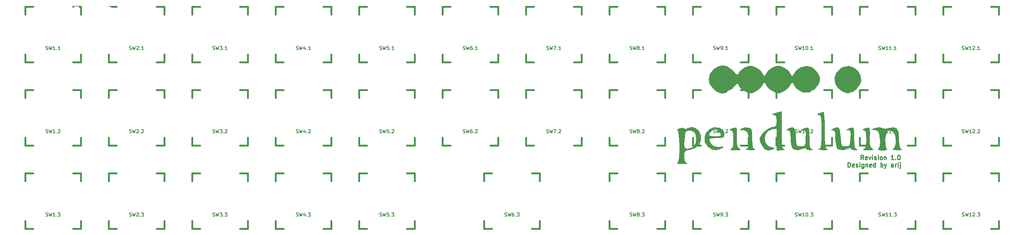
<source format=gto>
G04 #@! TF.FileFunction,Legend,Top*
%FSLAX46Y46*%
G04 Gerber Fmt 4.6, Leading zero omitted, Abs format (unit mm)*
G04 Created by KiCad (PCBNEW 4.0.4-stable) date 11/06/16 20:17:09*
%MOMM*%
%LPD*%
G01*
G04 APERTURE LIST*
%ADD10C,0.100000*%
%ADD11C,0.250000*%
%ADD12C,0.381000*%
%ADD13C,0.010000*%
%ADD14C,0.200000*%
%ADD15C,6.500000*%
%ADD16C,2.686000*%
%ADD17C,1.924000*%
%ADD18R,1.924000X1.924000*%
%ADD19O,1.500000X4.000000*%
G04 APERTURE END LIST*
D10*
D11*
X80242858Y-9602381D02*
X79909524Y-9126190D01*
X79671429Y-9602381D02*
X79671429Y-8602381D01*
X80052382Y-8602381D01*
X80147620Y-8650000D01*
X80195239Y-8697619D01*
X80242858Y-8792857D01*
X80242858Y-8935714D01*
X80195239Y-9030952D01*
X80147620Y-9078571D01*
X80052382Y-9126190D01*
X79671429Y-9126190D01*
X81052382Y-9554762D02*
X80957144Y-9602381D01*
X80766667Y-9602381D01*
X80671429Y-9554762D01*
X80623810Y-9459524D01*
X80623810Y-9078571D01*
X80671429Y-8983333D01*
X80766667Y-8935714D01*
X80957144Y-8935714D01*
X81052382Y-8983333D01*
X81100001Y-9078571D01*
X81100001Y-9173810D01*
X80623810Y-9269048D01*
X81433334Y-8935714D02*
X81671429Y-9602381D01*
X81909525Y-8935714D01*
X82290477Y-9602381D02*
X82290477Y-8935714D01*
X82290477Y-8602381D02*
X82242858Y-8650000D01*
X82290477Y-8697619D01*
X82338096Y-8650000D01*
X82290477Y-8602381D01*
X82290477Y-8697619D01*
X82719048Y-9554762D02*
X82814286Y-9602381D01*
X83004762Y-9602381D01*
X83100001Y-9554762D01*
X83147620Y-9459524D01*
X83147620Y-9411905D01*
X83100001Y-9316667D01*
X83004762Y-9269048D01*
X82861905Y-9269048D01*
X82766667Y-9221429D01*
X82719048Y-9126190D01*
X82719048Y-9078571D01*
X82766667Y-8983333D01*
X82861905Y-8935714D01*
X83004762Y-8935714D01*
X83100001Y-8983333D01*
X83576191Y-9602381D02*
X83576191Y-8935714D01*
X83576191Y-8602381D02*
X83528572Y-8650000D01*
X83576191Y-8697619D01*
X83623810Y-8650000D01*
X83576191Y-8602381D01*
X83576191Y-8697619D01*
X84195238Y-9602381D02*
X84100000Y-9554762D01*
X84052381Y-9507143D01*
X84004762Y-9411905D01*
X84004762Y-9126190D01*
X84052381Y-9030952D01*
X84100000Y-8983333D01*
X84195238Y-8935714D01*
X84338096Y-8935714D01*
X84433334Y-8983333D01*
X84480953Y-9030952D01*
X84528572Y-9126190D01*
X84528572Y-9411905D01*
X84480953Y-9507143D01*
X84433334Y-9554762D01*
X84338096Y-9602381D01*
X84195238Y-9602381D01*
X84957143Y-8935714D02*
X84957143Y-9602381D01*
X84957143Y-9030952D02*
X85004762Y-8983333D01*
X85100000Y-8935714D01*
X85242858Y-8935714D01*
X85338096Y-8983333D01*
X85385715Y-9078571D01*
X85385715Y-9602381D01*
X87147620Y-9602381D02*
X86576191Y-9602381D01*
X86861905Y-9602381D02*
X86861905Y-8602381D01*
X86766667Y-8745238D01*
X86671429Y-8840476D01*
X86576191Y-8888095D01*
X87576191Y-9507143D02*
X87623810Y-9554762D01*
X87576191Y-9602381D01*
X87528572Y-9554762D01*
X87576191Y-9507143D01*
X87576191Y-9602381D01*
X88242857Y-8602381D02*
X88338096Y-8602381D01*
X88433334Y-8650000D01*
X88480953Y-8697619D01*
X88528572Y-8792857D01*
X88576191Y-8983333D01*
X88576191Y-9221429D01*
X88528572Y-9411905D01*
X88480953Y-9507143D01*
X88433334Y-9554762D01*
X88338096Y-9602381D01*
X88242857Y-9602381D01*
X88147619Y-9554762D01*
X88100000Y-9507143D01*
X88052381Y-9411905D01*
X88004762Y-9221429D01*
X88004762Y-8983333D01*
X88052381Y-8792857D01*
X88100000Y-8697619D01*
X88147619Y-8650000D01*
X88242857Y-8602381D01*
X76697619Y-11302381D02*
X76697619Y-10302381D01*
X76935714Y-10302381D01*
X77078572Y-10350000D01*
X77173810Y-10445238D01*
X77221429Y-10540476D01*
X77269048Y-10730952D01*
X77269048Y-10873810D01*
X77221429Y-11064286D01*
X77173810Y-11159524D01*
X77078572Y-11254762D01*
X76935714Y-11302381D01*
X76697619Y-11302381D01*
X78078572Y-11254762D02*
X77983334Y-11302381D01*
X77792857Y-11302381D01*
X77697619Y-11254762D01*
X77650000Y-11159524D01*
X77650000Y-10778571D01*
X77697619Y-10683333D01*
X77792857Y-10635714D01*
X77983334Y-10635714D01*
X78078572Y-10683333D01*
X78126191Y-10778571D01*
X78126191Y-10873810D01*
X77650000Y-10969048D01*
X78507143Y-11254762D02*
X78602381Y-11302381D01*
X78792857Y-11302381D01*
X78888096Y-11254762D01*
X78935715Y-11159524D01*
X78935715Y-11111905D01*
X78888096Y-11016667D01*
X78792857Y-10969048D01*
X78650000Y-10969048D01*
X78554762Y-10921429D01*
X78507143Y-10826190D01*
X78507143Y-10778571D01*
X78554762Y-10683333D01*
X78650000Y-10635714D01*
X78792857Y-10635714D01*
X78888096Y-10683333D01*
X79364286Y-11302381D02*
X79364286Y-10635714D01*
X79364286Y-10302381D02*
X79316667Y-10350000D01*
X79364286Y-10397619D01*
X79411905Y-10350000D01*
X79364286Y-10302381D01*
X79364286Y-10397619D01*
X80269048Y-10635714D02*
X80269048Y-11445238D01*
X80221429Y-11540476D01*
X80173810Y-11588095D01*
X80078571Y-11635714D01*
X79935714Y-11635714D01*
X79840476Y-11588095D01*
X80269048Y-11254762D02*
X80173810Y-11302381D01*
X79983333Y-11302381D01*
X79888095Y-11254762D01*
X79840476Y-11207143D01*
X79792857Y-11111905D01*
X79792857Y-10826190D01*
X79840476Y-10730952D01*
X79888095Y-10683333D01*
X79983333Y-10635714D01*
X80173810Y-10635714D01*
X80269048Y-10683333D01*
X80745238Y-10635714D02*
X80745238Y-11302381D01*
X80745238Y-10730952D02*
X80792857Y-10683333D01*
X80888095Y-10635714D01*
X81030953Y-10635714D01*
X81126191Y-10683333D01*
X81173810Y-10778571D01*
X81173810Y-11302381D01*
X82030953Y-11254762D02*
X81935715Y-11302381D01*
X81745238Y-11302381D01*
X81650000Y-11254762D01*
X81602381Y-11159524D01*
X81602381Y-10778571D01*
X81650000Y-10683333D01*
X81745238Y-10635714D01*
X81935715Y-10635714D01*
X82030953Y-10683333D01*
X82078572Y-10778571D01*
X82078572Y-10873810D01*
X81602381Y-10969048D01*
X82935715Y-11302381D02*
X82935715Y-10302381D01*
X82935715Y-11254762D02*
X82840477Y-11302381D01*
X82650000Y-11302381D01*
X82554762Y-11254762D01*
X82507143Y-11207143D01*
X82459524Y-11111905D01*
X82459524Y-10826190D01*
X82507143Y-10730952D01*
X82554762Y-10683333D01*
X82650000Y-10635714D01*
X82840477Y-10635714D01*
X82935715Y-10683333D01*
X84173810Y-11302381D02*
X84173810Y-10302381D01*
X84173810Y-10683333D02*
X84269048Y-10635714D01*
X84459525Y-10635714D01*
X84554763Y-10683333D01*
X84602382Y-10730952D01*
X84650001Y-10826190D01*
X84650001Y-11111905D01*
X84602382Y-11207143D01*
X84554763Y-11254762D01*
X84459525Y-11302381D01*
X84269048Y-11302381D01*
X84173810Y-11254762D01*
X84983334Y-10635714D02*
X85221429Y-11302381D01*
X85459525Y-10635714D02*
X85221429Y-11302381D01*
X85126191Y-11540476D01*
X85078572Y-11588095D01*
X84983334Y-11635714D01*
X87030954Y-11302381D02*
X87030954Y-10778571D01*
X86983335Y-10683333D01*
X86888097Y-10635714D01*
X86697620Y-10635714D01*
X86602382Y-10683333D01*
X87030954Y-11254762D02*
X86935716Y-11302381D01*
X86697620Y-11302381D01*
X86602382Y-11254762D01*
X86554763Y-11159524D01*
X86554763Y-11064286D01*
X86602382Y-10969048D01*
X86697620Y-10921429D01*
X86935716Y-10921429D01*
X87030954Y-10873810D01*
X87507144Y-11302381D02*
X87507144Y-10635714D01*
X87507144Y-10826190D02*
X87554763Y-10730952D01*
X87602382Y-10683333D01*
X87697620Y-10635714D01*
X87792859Y-10635714D01*
X88126192Y-11302381D02*
X88126192Y-10635714D01*
X88126192Y-10302381D02*
X88078573Y-10350000D01*
X88126192Y-10397619D01*
X88173811Y-10350000D01*
X88126192Y-10302381D01*
X88126192Y-10397619D01*
X88602382Y-10635714D02*
X88602382Y-11492857D01*
X88554763Y-11588095D01*
X88459525Y-11635714D01*
X88411906Y-11635714D01*
X88602382Y-10302381D02*
X88554763Y-10350000D01*
X88602382Y-10397619D01*
X88650001Y-10350000D01*
X88602382Y-10302381D01*
X88602382Y-10397619D01*
D12*
X-15875000Y6350000D02*
X-14097000Y6350000D01*
X-4953000Y6350000D02*
X-3175000Y6350000D01*
X-3175000Y6350000D02*
X-3175000Y4572000D01*
X-3175000Y-4572000D02*
X-3175000Y-6350000D01*
X-3175000Y-6350000D02*
X-4953000Y-6350000D01*
X-14097000Y-6350000D02*
X-15875000Y-6350000D01*
X-15875000Y-6350000D02*
X-15875000Y-4572000D01*
X-15875000Y4572000D02*
X-15875000Y6350000D01*
X22225000Y25400000D02*
X24003000Y25400000D01*
X33147000Y25400000D02*
X34925000Y25400000D01*
X34925000Y25400000D02*
X34925000Y23622000D01*
X34925000Y14478000D02*
X34925000Y12700000D01*
X34925000Y12700000D02*
X33147000Y12700000D01*
X24003000Y12700000D02*
X22225000Y12700000D01*
X22225000Y12700000D02*
X22225000Y14478000D01*
X22225000Y23622000D02*
X22225000Y25400000D01*
D13*
G36*
X41884453Y-2429130D02*
X42599579Y-3099192D01*
X43022273Y-4056827D01*
X43056934Y-5162713D01*
X42607961Y-6277530D01*
X42576595Y-6323190D01*
X41736751Y-6988442D01*
X40636317Y-7328718D01*
X39742443Y-7518475D01*
X39346790Y-7852123D01*
X39246966Y-8556898D01*
X39244444Y-8891443D01*
X39352551Y-9879580D01*
X39718317Y-10340979D01*
X39861805Y-10392933D01*
X39925571Y-10488287D01*
X39403982Y-10552727D01*
X38891667Y-10567338D01*
X38051072Y-10541516D01*
X37689457Y-10461150D01*
X37745139Y-10402473D01*
X37954136Y-9994500D01*
X38102179Y-9081292D01*
X38189268Y-7839029D01*
X38215403Y-6443888D01*
X38209737Y-6220618D01*
X39273826Y-6220618D01*
X39345627Y-6826380D01*
X39594411Y-7066000D01*
X40083585Y-7108334D01*
X40995166Y-6890439D01*
X41512301Y-6553968D01*
X41925649Y-5760811D01*
X42048953Y-4712146D01*
X41877826Y-3733461D01*
X41556917Y-3243893D01*
X40814941Y-2950515D01*
X40234001Y-2936114D01*
X39767479Y-3077771D01*
X39505085Y-3452377D01*
X39370936Y-4236947D01*
X39315034Y-5079861D01*
X39273826Y-6220618D01*
X38209737Y-6220618D01*
X38180584Y-5072049D01*
X38084812Y-3899690D01*
X37928085Y-3102989D01*
X37745139Y-2852639D01*
X37688625Y-2733101D01*
X38158472Y-2488828D01*
X38951223Y-2331034D01*
X39226117Y-2492567D01*
X39667460Y-2641215D01*
X39959311Y-2509003D01*
X40972497Y-2185960D01*
X41884453Y-2429130D01*
X41884453Y-2429130D01*
G37*
X41884453Y-2429130D02*
X42599579Y-3099192D01*
X43022273Y-4056827D01*
X43056934Y-5162713D01*
X42607961Y-6277530D01*
X42576595Y-6323190D01*
X41736751Y-6988442D01*
X40636317Y-7328718D01*
X39742443Y-7518475D01*
X39346790Y-7852123D01*
X39246966Y-8556898D01*
X39244444Y-8891443D01*
X39352551Y-9879580D01*
X39718317Y-10340979D01*
X39861805Y-10392933D01*
X39925571Y-10488287D01*
X39403982Y-10552727D01*
X38891667Y-10567338D01*
X38051072Y-10541516D01*
X37689457Y-10461150D01*
X37745139Y-10402473D01*
X37954136Y-9994500D01*
X38102179Y-9081292D01*
X38189268Y-7839029D01*
X38215403Y-6443888D01*
X38209737Y-6220618D01*
X39273826Y-6220618D01*
X39345627Y-6826380D01*
X39594411Y-7066000D01*
X40083585Y-7108334D01*
X40995166Y-6890439D01*
X41512301Y-6553968D01*
X41925649Y-5760811D01*
X42048953Y-4712146D01*
X41877826Y-3733461D01*
X41556917Y-3243893D01*
X40814941Y-2950515D01*
X40234001Y-2936114D01*
X39767479Y-3077771D01*
X39505085Y-3452377D01*
X39370936Y-4236947D01*
X39315034Y-5079861D01*
X39273826Y-6220618D01*
X38209737Y-6220618D01*
X38180584Y-5072049D01*
X38084812Y-3899690D01*
X37928085Y-3102989D01*
X37745139Y-2852639D01*
X37688625Y-2733101D01*
X38158472Y-2488828D01*
X38951223Y-2331034D01*
X39226117Y-2492567D01*
X39667460Y-2641215D01*
X39959311Y-2509003D01*
X40972497Y-2185960D01*
X41884453Y-2429130D01*
G36*
X47274252Y-2337210D02*
X47734303Y-2534634D01*
X48285811Y-3171963D01*
X48416667Y-3769357D01*
X48357715Y-4285603D01*
X48060725Y-4543156D01*
X47345489Y-4630849D01*
X46652778Y-4638889D01*
X45517752Y-4682355D01*
X45004455Y-4875155D01*
X45031265Y-5310896D01*
X45461537Y-6005025D01*
X46042416Y-6574260D01*
X46841964Y-6713588D01*
X47261374Y-6679328D01*
X48027890Y-6615270D01*
X48187539Y-6711980D01*
X47856022Y-6998586D01*
X46731273Y-7431698D01*
X45551134Y-7202062D01*
X44657044Y-6555782D01*
X44014402Y-5519080D01*
X43944918Y-4430759D01*
X44081579Y-4086530D01*
X44888889Y-4086530D01*
X45202163Y-4211562D01*
X45984668Y-4281054D01*
X46300000Y-4286111D01*
X47184022Y-4241803D01*
X47675355Y-4131129D01*
X47711111Y-4086530D01*
X47450607Y-3356976D01*
X46856076Y-2734653D01*
X46300000Y-2522222D01*
X45641892Y-2811008D01*
X45080515Y-3470084D01*
X44888889Y-4086530D01*
X44081579Y-4086530D01*
X44342378Y-3429616D01*
X45100564Y-2654446D01*
X46113261Y-2244045D01*
X47274252Y-2337210D01*
X47274252Y-2337210D01*
G37*
X47274252Y-2337210D02*
X47734303Y-2534634D01*
X48285811Y-3171963D01*
X48416667Y-3769357D01*
X48357715Y-4285603D01*
X48060725Y-4543156D01*
X47345489Y-4630849D01*
X46652778Y-4638889D01*
X45517752Y-4682355D01*
X45004455Y-4875155D01*
X45031265Y-5310896D01*
X45461537Y-6005025D01*
X46042416Y-6574260D01*
X46841964Y-6713588D01*
X47261374Y-6679328D01*
X48027890Y-6615270D01*
X48187539Y-6711980D01*
X47856022Y-6998586D01*
X46731273Y-7431698D01*
X45551134Y-7202062D01*
X44657044Y-6555782D01*
X44014402Y-5519080D01*
X43944918Y-4430759D01*
X44081579Y-4086530D01*
X44888889Y-4086530D01*
X45202163Y-4211562D01*
X45984668Y-4281054D01*
X46300000Y-4286111D01*
X47184022Y-4241803D01*
X47675355Y-4131129D01*
X47711111Y-4086530D01*
X47450607Y-3356976D01*
X46856076Y-2734653D01*
X46300000Y-2522222D01*
X45641892Y-2811008D01*
X45080515Y-3470084D01*
X44888889Y-4086530D01*
X44081579Y-4086530D01*
X44342378Y-3429616D01*
X45100564Y-2654446D01*
X46113261Y-2244045D01*
X47274252Y-2337210D01*
G36*
X51171640Y-2337381D02*
X51257761Y-2761244D01*
X51293703Y-3672710D01*
X51279305Y-4610689D01*
X51277772Y-5858740D01*
X51414403Y-6593534D01*
X51731447Y-7000821D01*
X51838744Y-7070280D01*
X52098251Y-7293092D01*
X51819015Y-7396749D01*
X50920041Y-7410089D01*
X50886111Y-7409461D01*
X50084985Y-7362394D01*
X49800885Y-7275793D01*
X49915972Y-7217933D01*
X50273422Y-6989417D01*
X50463282Y-6433196D01*
X50530415Y-5385607D01*
X50533333Y-4965800D01*
X50500278Y-3774575D01*
X50370747Y-3131152D01*
X50099188Y-2879614D01*
X49915972Y-2852639D01*
X49625215Y-2773392D01*
X49989106Y-2555964D01*
X50143579Y-2492282D01*
X50840276Y-2301021D01*
X51171640Y-2337381D01*
X51171640Y-2337381D01*
G37*
X51171640Y-2337381D02*
X51257761Y-2761244D01*
X51293703Y-3672710D01*
X51279305Y-4610689D01*
X51277772Y-5858740D01*
X51414403Y-6593534D01*
X51731447Y-7000821D01*
X51838744Y-7070280D01*
X52098251Y-7293092D01*
X51819015Y-7396749D01*
X50920041Y-7410089D01*
X50886111Y-7409461D01*
X50084985Y-7362394D01*
X49800885Y-7275793D01*
X49915972Y-7217933D01*
X50273422Y-6989417D01*
X50463282Y-6433196D01*
X50530415Y-5385607D01*
X50533333Y-4965800D01*
X50500278Y-3774575D01*
X50370747Y-3131152D01*
X50099188Y-2879614D01*
X49915972Y-2852639D01*
X49625215Y-2773392D01*
X49989106Y-2555964D01*
X50143579Y-2492282D01*
X50840276Y-2301021D01*
X51171640Y-2337381D01*
G36*
X53910276Y-2320724D02*
X54375716Y-2494023D01*
X54632896Y-2835428D01*
X54742857Y-3521383D01*
X54766644Y-4728334D01*
X54766666Y-4796132D01*
X54800723Y-6069301D01*
X54929956Y-6798279D01*
X55194962Y-7142315D01*
X55384028Y-7217933D01*
X55447810Y-7310879D01*
X54926303Y-7369186D01*
X54413889Y-7379266D01*
X53612822Y-7349602D01*
X53328660Y-7273928D01*
X53443750Y-7217933D01*
X53856906Y-6915088D01*
X54038119Y-6181749D01*
X54061111Y-5523819D01*
X53989919Y-4132860D01*
X53733401Y-3311121D01*
X53227147Y-2932702D01*
X52700451Y-2864273D01*
X52087683Y-2823833D01*
X52114472Y-2666579D01*
X52410970Y-2479665D01*
X53250081Y-2267936D01*
X53910276Y-2320724D01*
X53910276Y-2320724D01*
G37*
X53910276Y-2320724D02*
X54375716Y-2494023D01*
X54632896Y-2835428D01*
X54742857Y-3521383D01*
X54766644Y-4728334D01*
X54766666Y-4796132D01*
X54800723Y-6069301D01*
X54929956Y-6798279D01*
X55194962Y-7142315D01*
X55384028Y-7217933D01*
X55447810Y-7310879D01*
X54926303Y-7369186D01*
X54413889Y-7379266D01*
X53612822Y-7349602D01*
X53328660Y-7273928D01*
X53443750Y-7217933D01*
X53856906Y-6915088D01*
X54038119Y-6181749D01*
X54061111Y-5523819D01*
X53989919Y-4132860D01*
X53733401Y-3311121D01*
X53227147Y-2932702D01*
X52700451Y-2864273D01*
X52087683Y-2823833D01*
X52114472Y-2666579D01*
X52410970Y-2479665D01*
X53250081Y-2267936D01*
X53910276Y-2320724D01*
G36*
X61469444Y-2842412D02*
X61480280Y-4646713D01*
X61524018Y-5865029D01*
X61617503Y-6616751D01*
X61777581Y-7021268D01*
X62021096Y-7197967D01*
X62086805Y-7217933D01*
X62210630Y-7332928D01*
X61730964Y-7411702D01*
X61557639Y-7420189D01*
X60411111Y-7461111D01*
X60411111Y-2475358D01*
X59452100Y-2586985D01*
X58475472Y-2979796D01*
X57870482Y-3757676D01*
X57649730Y-4724247D01*
X57825817Y-5683132D01*
X58411343Y-6437953D01*
X59184138Y-6763116D01*
X59839771Y-6919743D01*
X59857219Y-7079634D01*
X59588508Y-7206210D01*
X58485371Y-7441622D01*
X57729895Y-7191126D01*
X57159563Y-6536968D01*
X56694025Y-5582415D01*
X56530555Y-4811333D01*
X56817929Y-4063683D01*
X57529336Y-3242847D01*
X58438708Y-2549822D01*
X59319975Y-2185600D01*
X59502030Y-2169445D01*
X60087075Y-2096544D01*
X60347144Y-1745003D01*
X60410607Y-915561D01*
X60411111Y-758334D01*
X60337215Y192598D01*
X60073004Y602491D01*
X59823148Y652778D01*
X59386211Y714024D01*
X59606852Y880649D01*
X60449375Y1126978D01*
X60499305Y1139038D01*
X61469444Y1371775D01*
X61469444Y-2842412D01*
X61469444Y-2842412D01*
G37*
X61469444Y-2842412D02*
X61480280Y-4646713D01*
X61524018Y-5865029D01*
X61617503Y-6616751D01*
X61777581Y-7021268D01*
X62021096Y-7197967D01*
X62086805Y-7217933D01*
X62210630Y-7332928D01*
X61730964Y-7411702D01*
X61557639Y-7420189D01*
X60411111Y-7461111D01*
X60411111Y-2475358D01*
X59452100Y-2586985D01*
X58475472Y-2979796D01*
X57870482Y-3757676D01*
X57649730Y-4724247D01*
X57825817Y-5683132D01*
X58411343Y-6437953D01*
X59184138Y-6763116D01*
X59839771Y-6919743D01*
X59857219Y-7079634D01*
X59588508Y-7206210D01*
X58485371Y-7441622D01*
X57729895Y-7191126D01*
X57159563Y-6536968D01*
X56694025Y-5582415D01*
X56530555Y-4811333D01*
X56817929Y-4063683D01*
X57529336Y-3242847D01*
X58438708Y-2549822D01*
X59319975Y-2185600D01*
X59502030Y-2169445D01*
X60087075Y-2096544D01*
X60347144Y-1745003D01*
X60410607Y-915561D01*
X60411111Y-758334D01*
X60337215Y192598D01*
X60073004Y602491D01*
X59823148Y652778D01*
X59386211Y714024D01*
X59606852Y880649D01*
X60449375Y1126978D01*
X60499305Y1139038D01*
X61469444Y1371775D01*
X61469444Y-2842412D01*
G36*
X64330509Y-2334748D02*
X64580444Y-2895706D01*
X64698161Y-4033446D01*
X64715805Y-4374306D01*
X64787107Y-5575835D01*
X64912776Y-6235200D01*
X65178654Y-6515088D01*
X65670580Y-6578188D01*
X65879167Y-6579167D01*
X66496999Y-6538893D01*
X66824756Y-6299853D01*
X66973975Y-5684721D01*
X67044130Y-4727084D01*
X67072729Y-3631743D01*
X66963667Y-3067626D01*
X66669421Y-2866181D01*
X66514964Y-2850205D01*
X66109342Y-2798213D01*
X66335497Y-2632529D01*
X66584722Y-2522222D01*
X67213337Y-2291157D01*
X67581769Y-2348119D01*
X67759332Y-2810482D01*
X67815339Y-3795617D01*
X67819444Y-4613022D01*
X67848641Y-5941455D01*
X67960629Y-6720265D01*
X68192006Y-7103871D01*
X68436805Y-7217933D01*
X68634211Y-7342033D01*
X68162201Y-7416451D01*
X68084028Y-7420189D01*
X67381201Y-7335737D01*
X67113889Y-7095921D01*
X66897938Y-6910922D01*
X66431525Y-7095921D01*
X65299619Y-7438165D01*
X64317352Y-7262196D01*
X64009444Y-7037778D01*
X63768682Y-6462936D01*
X63615333Y-5454819D01*
X63586111Y-4744722D01*
X63545038Y-3628390D01*
X63386753Y-3053244D01*
X63058661Y-2857879D01*
X62968750Y-2850205D01*
X62591170Y-2792820D01*
X62845950Y-2615553D01*
X63056944Y-2522222D01*
X63854095Y-2245333D01*
X64330509Y-2334748D01*
X64330509Y-2334748D01*
G37*
X64330509Y-2334748D02*
X64580444Y-2895706D01*
X64698161Y-4033446D01*
X64715805Y-4374306D01*
X64787107Y-5575835D01*
X64912776Y-6235200D01*
X65178654Y-6515088D01*
X65670580Y-6578188D01*
X65879167Y-6579167D01*
X66496999Y-6538893D01*
X66824756Y-6299853D01*
X66973975Y-5684721D01*
X67044130Y-4727084D01*
X67072729Y-3631743D01*
X66963667Y-3067626D01*
X66669421Y-2866181D01*
X66514964Y-2850205D01*
X66109342Y-2798213D01*
X66335497Y-2632529D01*
X66584722Y-2522222D01*
X67213337Y-2291157D01*
X67581769Y-2348119D01*
X67759332Y-2810482D01*
X67815339Y-3795617D01*
X67819444Y-4613022D01*
X67848641Y-5941455D01*
X67960629Y-6720265D01*
X68192006Y-7103871D01*
X68436805Y-7217933D01*
X68634211Y-7342033D01*
X68162201Y-7416451D01*
X68084028Y-7420189D01*
X67381201Y-7335737D01*
X67113889Y-7095921D01*
X66897938Y-6910922D01*
X66431525Y-7095921D01*
X65299619Y-7438165D01*
X64317352Y-7262196D01*
X64009444Y-7037778D01*
X63768682Y-6462936D01*
X63615333Y-5454819D01*
X63586111Y-4744722D01*
X63545038Y-3628390D01*
X63386753Y-3053244D01*
X63058661Y-2857879D01*
X62968750Y-2850205D01*
X62591170Y-2792820D01*
X62845950Y-2615553D01*
X63056944Y-2522222D01*
X63854095Y-2245333D01*
X64330509Y-2334748D01*
G36*
X71185007Y1013595D02*
X71268947Y123832D01*
X71325878Y-1200081D01*
X71347217Y-2822477D01*
X71347222Y-2849133D01*
X71358088Y-4651804D01*
X71401941Y-5868587D01*
X71495665Y-6618968D01*
X71656147Y-7022430D01*
X71900269Y-7198459D01*
X71964583Y-7217933D01*
X72028365Y-7310879D01*
X71506859Y-7369186D01*
X70994444Y-7379266D01*
X70193378Y-7349602D01*
X69909215Y-7273928D01*
X70024305Y-7217933D01*
X70298522Y-7067386D01*
X70478177Y-6703910D01*
X70582456Y-6002688D01*
X70630547Y-4838903D01*
X70641667Y-3201911D01*
X70630392Y-1498071D01*
X70583768Y-378939D01*
X70482592Y276147D01*
X70307664Y587851D01*
X70039780Y676834D01*
X70024305Y677573D01*
X69646726Y734958D01*
X69901506Y912225D01*
X70112500Y1005555D01*
X70795697Y1262005D01*
X71082639Y1333538D01*
X71185007Y1013595D01*
X71185007Y1013595D01*
G37*
X71185007Y1013595D02*
X71268947Y123832D01*
X71325878Y-1200081D01*
X71347217Y-2822477D01*
X71347222Y-2849133D01*
X71358088Y-4651804D01*
X71401941Y-5868587D01*
X71495665Y-6618968D01*
X71656147Y-7022430D01*
X71900269Y-7198459D01*
X71964583Y-7217933D01*
X72028365Y-7310879D01*
X71506859Y-7369186D01*
X70994444Y-7379266D01*
X70193378Y-7349602D01*
X69909215Y-7273928D01*
X70024305Y-7217933D01*
X70298522Y-7067386D01*
X70478177Y-6703910D01*
X70582456Y-6002688D01*
X70630547Y-4838903D01*
X70641667Y-3201911D01*
X70630392Y-1498071D01*
X70583768Y-378939D01*
X70482592Y276147D01*
X70307664Y587851D01*
X70039780Y676834D01*
X70024305Y677573D01*
X69646726Y734958D01*
X69901506Y912225D01*
X70112500Y1005555D01*
X70795697Y1262005D01*
X71082639Y1333538D01*
X71185007Y1013595D01*
G36*
X74561064Y-2334748D02*
X74811000Y-2895706D01*
X74928717Y-4033446D01*
X74946361Y-4374306D01*
X75017662Y-5575835D01*
X75143332Y-6235200D01*
X75409209Y-6515088D01*
X75901135Y-6578188D01*
X76109722Y-6579167D01*
X76727555Y-6538893D01*
X77055311Y-6299853D01*
X77204531Y-5684721D01*
X77274686Y-4727084D01*
X77303285Y-3631743D01*
X77194222Y-3067626D01*
X76899977Y-2866181D01*
X76745519Y-2850205D01*
X76339897Y-2798213D01*
X76566053Y-2632529D01*
X76815278Y-2522222D01*
X77443893Y-2291157D01*
X77812325Y-2348119D01*
X77989887Y-2810482D01*
X78045895Y-3795617D01*
X78050000Y-4613022D01*
X78079197Y-5941455D01*
X78191185Y-6720265D01*
X78422562Y-7103871D01*
X78667361Y-7217933D01*
X78864767Y-7342033D01*
X78392756Y-7416451D01*
X78314583Y-7420189D01*
X77611756Y-7335737D01*
X77344444Y-7095921D01*
X77128494Y-6910922D01*
X76662081Y-7095921D01*
X75530175Y-7438165D01*
X74547907Y-7262196D01*
X74240000Y-7037778D01*
X73999238Y-6462936D01*
X73845889Y-5454819D01*
X73816667Y-4744722D01*
X73775593Y-3628390D01*
X73617309Y-3053244D01*
X73289217Y-2857879D01*
X73199305Y-2850205D01*
X72821726Y-2792820D01*
X73076506Y-2615553D01*
X73287500Y-2522222D01*
X74084651Y-2245333D01*
X74561064Y-2334748D01*
X74561064Y-2334748D01*
G37*
X74561064Y-2334748D02*
X74811000Y-2895706D01*
X74928717Y-4033446D01*
X74946361Y-4374306D01*
X75017662Y-5575835D01*
X75143332Y-6235200D01*
X75409209Y-6515088D01*
X75901135Y-6578188D01*
X76109722Y-6579167D01*
X76727555Y-6538893D01*
X77055311Y-6299853D01*
X77204531Y-5684721D01*
X77274686Y-4727084D01*
X77303285Y-3631743D01*
X77194222Y-3067626D01*
X76899977Y-2866181D01*
X76745519Y-2850205D01*
X76339897Y-2798213D01*
X76566053Y-2632529D01*
X76815278Y-2522222D01*
X77443893Y-2291157D01*
X77812325Y-2348119D01*
X77989887Y-2810482D01*
X78045895Y-3795617D01*
X78050000Y-4613022D01*
X78079197Y-5941455D01*
X78191185Y-6720265D01*
X78422562Y-7103871D01*
X78667361Y-7217933D01*
X78864767Y-7342033D01*
X78392756Y-7416451D01*
X78314583Y-7420189D01*
X77611756Y-7335737D01*
X77344444Y-7095921D01*
X77128494Y-6910922D01*
X76662081Y-7095921D01*
X75530175Y-7438165D01*
X74547907Y-7262196D01*
X74240000Y-7037778D01*
X73999238Y-6462936D01*
X73845889Y-5454819D01*
X73816667Y-4744722D01*
X73775593Y-3628390D01*
X73617309Y-3053244D01*
X73289217Y-2857879D01*
X73199305Y-2850205D01*
X72821726Y-2792820D01*
X73076506Y-2615553D01*
X73287500Y-2522222D01*
X74084651Y-2245333D01*
X74561064Y-2334748D01*
G36*
X81510529Y-2337381D02*
X81596650Y-2761244D01*
X81632592Y-3672710D01*
X81618194Y-4610689D01*
X81616661Y-5858740D01*
X81753292Y-6593534D01*
X82070336Y-7000821D01*
X82177633Y-7070280D01*
X82437140Y-7293092D01*
X82157904Y-7396749D01*
X81258930Y-7410089D01*
X81225000Y-7409461D01*
X80423874Y-7362394D01*
X80139774Y-7275793D01*
X80254861Y-7217933D01*
X80612311Y-6989417D01*
X80802171Y-6433196D01*
X80869304Y-5385607D01*
X80872222Y-4965800D01*
X80839167Y-3774575D01*
X80709636Y-3131152D01*
X80438077Y-2879614D01*
X80254861Y-2852639D01*
X79964104Y-2773392D01*
X80327995Y-2555964D01*
X80482467Y-2492282D01*
X81179165Y-2301021D01*
X81510529Y-2337381D01*
X81510529Y-2337381D01*
G37*
X81510529Y-2337381D02*
X81596650Y-2761244D01*
X81632592Y-3672710D01*
X81618194Y-4610689D01*
X81616661Y-5858740D01*
X81753292Y-6593534D01*
X82070336Y-7000821D01*
X82177633Y-7070280D01*
X82437140Y-7293092D01*
X82157904Y-7396749D01*
X81258930Y-7410089D01*
X81225000Y-7409461D01*
X80423874Y-7362394D01*
X80139774Y-7275793D01*
X80254861Y-7217933D01*
X80612311Y-6989417D01*
X80802171Y-6433196D01*
X80869304Y-5385607D01*
X80872222Y-4965800D01*
X80839167Y-3774575D01*
X80709636Y-3131152D01*
X80438077Y-2879614D01*
X80254861Y-2852639D01*
X79964104Y-2773392D01*
X80327995Y-2555964D01*
X80482467Y-2492282D01*
X81179165Y-2301021D01*
X81510529Y-2337381D01*
G36*
X87765343Y-2526628D02*
X88147842Y-3343686D01*
X88278821Y-4763830D01*
X88280555Y-5008995D01*
X88322203Y-6216572D01*
X88477839Y-6886608D01*
X88793506Y-7183840D01*
X88897916Y-7217933D01*
X88961699Y-7310879D01*
X88440192Y-7369186D01*
X87927778Y-7379266D01*
X87126711Y-7349602D01*
X86842549Y-7273928D01*
X86957639Y-7217933D01*
X87347928Y-6792884D01*
X87562501Y-5933786D01*
X87594720Y-4891586D01*
X87437951Y-3917231D01*
X87085556Y-3261670D01*
X87062780Y-3241843D01*
X86261249Y-2832979D01*
X85665583Y-3089054D01*
X85291825Y-3995465D01*
X85173413Y-4961582D01*
X85187533Y-6337249D01*
X85427322Y-7069879D01*
X85526191Y-7157737D01*
X85553434Y-7348808D01*
X84933898Y-7443201D01*
X84576389Y-7450307D01*
X83744407Y-7393492D01*
X83540324Y-7234184D01*
X83626587Y-7157737D01*
X83926086Y-6583066D01*
X83996556Y-5369654D01*
X83979364Y-4972614D01*
X83878074Y-3853546D01*
X83678057Y-3243442D01*
X83287516Y-2945745D01*
X82988889Y-2851789D01*
X82106944Y-2623517D01*
X83102912Y-2351754D01*
X83984600Y-2261502D01*
X84454550Y-2435661D01*
X85106033Y-2609608D01*
X86002152Y-2425516D01*
X87070416Y-2243593D01*
X87765343Y-2526628D01*
X87765343Y-2526628D01*
G37*
X87765343Y-2526628D02*
X88147842Y-3343686D01*
X88278821Y-4763830D01*
X88280555Y-5008995D01*
X88322203Y-6216572D01*
X88477839Y-6886608D01*
X88793506Y-7183840D01*
X88897916Y-7217933D01*
X88961699Y-7310879D01*
X88440192Y-7369186D01*
X87927778Y-7379266D01*
X87126711Y-7349602D01*
X86842549Y-7273928D01*
X86957639Y-7217933D01*
X87347928Y-6792884D01*
X87562501Y-5933786D01*
X87594720Y-4891586D01*
X87437951Y-3917231D01*
X87085556Y-3261670D01*
X87062780Y-3241843D01*
X86261249Y-2832979D01*
X85665583Y-3089054D01*
X85291825Y-3995465D01*
X85173413Y-4961582D01*
X85187533Y-6337249D01*
X85427322Y-7069879D01*
X85526191Y-7157737D01*
X85553434Y-7348808D01*
X84933898Y-7443201D01*
X84576389Y-7450307D01*
X83744407Y-7393492D01*
X83540324Y-7234184D01*
X83626587Y-7157737D01*
X83926086Y-6583066D01*
X83996556Y-5369654D01*
X83979364Y-4972614D01*
X83878074Y-3853546D01*
X83678057Y-3243442D01*
X83287516Y-2945745D01*
X82988889Y-2851789D01*
X82106944Y-2623517D01*
X83102912Y-2351754D01*
X83984600Y-2261502D01*
X84454550Y-2435661D01*
X85106033Y-2609608D01*
X86002152Y-2425516D01*
X87070416Y-2243593D01*
X87765343Y-2526628D01*
G36*
X49063313Y11744905D02*
X50016434Y11071201D01*
X50379732Y10707010D01*
X51083862Y9991898D01*
X51466296Y9749401D01*
X51674918Y9925540D01*
X51774451Y10197927D01*
X52232578Y10824985D01*
X53058113Y11421072D01*
X53209314Y11497922D01*
X54077259Y11850723D01*
X54738650Y11853708D01*
X55599662Y11506880D01*
X55618464Y11497922D01*
X56476151Y10932832D01*
X57015492Y10292300D01*
X57053348Y10197861D01*
X57418132Y9562111D01*
X57824015Y9618056D01*
X58124430Y10197861D01*
X58582573Y10824965D01*
X59408120Y11421075D01*
X59559314Y11497922D01*
X60427259Y11850723D01*
X61088650Y11853708D01*
X61949662Y11506880D01*
X61968464Y11497922D01*
X62826151Y10932832D01*
X63365492Y10292300D01*
X63403348Y10197861D01*
X63768132Y9562111D01*
X64174015Y9618056D01*
X64474430Y10197861D01*
X64934049Y10829437D01*
X65756621Y11421587D01*
X65884019Y11485860D01*
X67252369Y11800065D01*
X68510453Y11457902D01*
X69531887Y10508377D01*
X69857606Y9945109D01*
X70203727Y9080636D01*
X70193135Y8410882D01*
X69857606Y7588224D01*
X68972082Y6400084D01*
X67797247Y5798887D01*
X66459484Y5833638D01*
X65884019Y6047473D01*
X65034635Y6611986D01*
X64505795Y7254676D01*
X64474430Y7335472D01*
X64109646Y7971222D01*
X63703762Y7915277D01*
X63403348Y7335472D01*
X62945204Y6708368D01*
X62119658Y6112258D01*
X61968464Y6035411D01*
X61100518Y5682610D01*
X60439127Y5679625D01*
X59578115Y6026453D01*
X59559314Y6035411D01*
X58701627Y6600501D01*
X58162285Y7241033D01*
X58124430Y7335472D01*
X57759646Y7971222D01*
X57353762Y7915277D01*
X57053348Y7335472D01*
X56595204Y6708368D01*
X55769658Y6112258D01*
X55618464Y6035411D01*
X54750518Y5682610D01*
X54089127Y5679625D01*
X53228115Y6026453D01*
X53209314Y6035411D01*
X52351635Y6600482D01*
X51812305Y7240971D01*
X51774451Y7335406D01*
X51598870Y7729417D01*
X51335168Y7736069D01*
X50835460Y7301385D01*
X50379732Y6826323D01*
X49132122Y5847214D01*
X47898339Y5573224D01*
X46673987Y6004154D01*
X45920085Y6622863D01*
X45084627Y7797998D01*
X44888889Y8766666D01*
X45207309Y9978387D01*
X46028747Y11040994D01*
X47152466Y11754970D01*
X48083291Y11941666D01*
X49063313Y11744905D01*
X49063313Y11744905D01*
G37*
X49063313Y11744905D02*
X50016434Y11071201D01*
X50379732Y10707010D01*
X51083862Y9991898D01*
X51466296Y9749401D01*
X51674918Y9925540D01*
X51774451Y10197927D01*
X52232578Y10824985D01*
X53058113Y11421072D01*
X53209314Y11497922D01*
X54077259Y11850723D01*
X54738650Y11853708D01*
X55599662Y11506880D01*
X55618464Y11497922D01*
X56476151Y10932832D01*
X57015492Y10292300D01*
X57053348Y10197861D01*
X57418132Y9562111D01*
X57824015Y9618056D01*
X58124430Y10197861D01*
X58582573Y10824965D01*
X59408120Y11421075D01*
X59559314Y11497922D01*
X60427259Y11850723D01*
X61088650Y11853708D01*
X61949662Y11506880D01*
X61968464Y11497922D01*
X62826151Y10932832D01*
X63365492Y10292300D01*
X63403348Y10197861D01*
X63768132Y9562111D01*
X64174015Y9618056D01*
X64474430Y10197861D01*
X64934049Y10829437D01*
X65756621Y11421587D01*
X65884019Y11485860D01*
X67252369Y11800065D01*
X68510453Y11457902D01*
X69531887Y10508377D01*
X69857606Y9945109D01*
X70203727Y9080636D01*
X70193135Y8410882D01*
X69857606Y7588224D01*
X68972082Y6400084D01*
X67797247Y5798887D01*
X66459484Y5833638D01*
X65884019Y6047473D01*
X65034635Y6611986D01*
X64505795Y7254676D01*
X64474430Y7335472D01*
X64109646Y7971222D01*
X63703762Y7915277D01*
X63403348Y7335472D01*
X62945204Y6708368D01*
X62119658Y6112258D01*
X61968464Y6035411D01*
X61100518Y5682610D01*
X60439127Y5679625D01*
X59578115Y6026453D01*
X59559314Y6035411D01*
X58701627Y6600501D01*
X58162285Y7241033D01*
X58124430Y7335472D01*
X57759646Y7971222D01*
X57353762Y7915277D01*
X57053348Y7335472D01*
X56595204Y6708368D01*
X55769658Y6112258D01*
X55618464Y6035411D01*
X54750518Y5682610D01*
X54089127Y5679625D01*
X53228115Y6026453D01*
X53209314Y6035411D01*
X52351635Y6600482D01*
X51812305Y7240971D01*
X51774451Y7335406D01*
X51598870Y7729417D01*
X51335168Y7736069D01*
X50835460Y7301385D01*
X50379732Y6826323D01*
X49132122Y5847214D01*
X47898339Y5573224D01*
X46673987Y6004154D01*
X45920085Y6622863D01*
X45084627Y7797998D01*
X44888889Y8766666D01*
X45207309Y9978387D01*
X46028747Y11040994D01*
X47152466Y11754970D01*
X48083291Y11941666D01*
X49063313Y11744905D01*
G36*
X78039756Y11437102D02*
X78992401Y10651081D01*
X79570173Y9563867D01*
X79638527Y8308003D01*
X79464697Y7716992D01*
X78805285Y6765536D01*
X77821105Y5997821D01*
X76790931Y5617039D01*
X76568213Y5605791D01*
X75940452Y5775418D01*
X75188285Y6120707D01*
X74393913Y6808578D01*
X73812092Y7719377D01*
X73621428Y9016388D01*
X74030779Y10259611D01*
X74949979Y11248763D01*
X75548010Y11575408D01*
X76846778Y11789392D01*
X78039756Y11437102D01*
X78039756Y11437102D01*
G37*
X78039756Y11437102D02*
X78992401Y10651081D01*
X79570173Y9563867D01*
X79638527Y8308003D01*
X79464697Y7716992D01*
X78805285Y6765536D01*
X77821105Y5997821D01*
X76790931Y5617039D01*
X76568213Y5605791D01*
X75940452Y5775418D01*
X75188285Y6120707D01*
X74393913Y6808578D01*
X73812092Y7719377D01*
X73621428Y9016388D01*
X74030779Y10259611D01*
X74949979Y11248763D01*
X75548010Y11575408D01*
X76846778Y11789392D01*
X78039756Y11437102D01*
D12*
X-6350000Y-12700000D02*
X-4572000Y-12700000D01*
X4572000Y-12700000D02*
X6350000Y-12700000D01*
X6350000Y-12700000D02*
X6350000Y-14478000D01*
X6350000Y-23622000D02*
X6350000Y-25400000D01*
X6350000Y-25400000D02*
X4572000Y-25400000D01*
X-4572000Y-25400000D02*
X-6350000Y-25400000D01*
X-6350000Y-25400000D02*
X-6350000Y-23622000D01*
X-6350000Y-14478000D02*
X-6350000Y-12700000D01*
X-92075000Y25400000D02*
X-90297000Y25400000D01*
X-81153000Y25400000D02*
X-79375000Y25400000D01*
X-79375000Y25400000D02*
X-79375000Y23622000D01*
X-79375000Y14478000D02*
X-79375000Y12700000D01*
X-79375000Y12700000D02*
X-81153000Y12700000D01*
X-90297000Y12700000D02*
X-92075000Y12700000D01*
X-92075000Y12700000D02*
X-92075000Y14478000D01*
X-92075000Y23622000D02*
X-92075000Y25400000D01*
X-111125000Y25400000D02*
X-109347000Y25400000D01*
X-100203000Y25400000D02*
X-98425000Y25400000D01*
X-98425000Y25400000D02*
X-98425000Y23622000D01*
X-98425000Y14478000D02*
X-98425000Y12700000D01*
X-98425000Y12700000D02*
X-100203000Y12700000D01*
X-109347000Y12700000D02*
X-111125000Y12700000D01*
X-111125000Y12700000D02*
X-111125000Y14478000D01*
X-111125000Y23622000D02*
X-111125000Y25400000D01*
X-73025000Y25400000D02*
X-71247000Y25400000D01*
X-62103000Y25400000D02*
X-60325000Y25400000D01*
X-60325000Y25400000D02*
X-60325000Y23622000D01*
X-60325000Y14478000D02*
X-60325000Y12700000D01*
X-60325000Y12700000D02*
X-62103000Y12700000D01*
X-71247000Y12700000D02*
X-73025000Y12700000D01*
X-73025000Y12700000D02*
X-73025000Y14478000D01*
X-73025000Y23622000D02*
X-73025000Y25400000D01*
X-53975000Y25400000D02*
X-52197000Y25400000D01*
X-43053000Y25400000D02*
X-41275000Y25400000D01*
X-41275000Y25400000D02*
X-41275000Y23622000D01*
X-41275000Y14478000D02*
X-41275000Y12700000D01*
X-41275000Y12700000D02*
X-43053000Y12700000D01*
X-52197000Y12700000D02*
X-53975000Y12700000D01*
X-53975000Y12700000D02*
X-53975000Y14478000D01*
X-53975000Y23622000D02*
X-53975000Y25400000D01*
X-34925000Y25400000D02*
X-33147000Y25400000D01*
X-24003000Y25400000D02*
X-22225000Y25400000D01*
X-22225000Y25400000D02*
X-22225000Y23622000D01*
X-22225000Y14478000D02*
X-22225000Y12700000D01*
X-22225000Y12700000D02*
X-24003000Y12700000D01*
X-33147000Y12700000D02*
X-34925000Y12700000D01*
X-34925000Y12700000D02*
X-34925000Y14478000D01*
X-34925000Y23622000D02*
X-34925000Y25400000D01*
X-15875000Y25400000D02*
X-14097000Y25400000D01*
X-4953000Y25400000D02*
X-3175000Y25400000D01*
X-3175000Y25400000D02*
X-3175000Y23622000D01*
X-3175000Y14478000D02*
X-3175000Y12700000D01*
X-3175000Y12700000D02*
X-4953000Y12700000D01*
X-14097000Y12700000D02*
X-15875000Y12700000D01*
X-15875000Y12700000D02*
X-15875000Y14478000D01*
X-15875000Y23622000D02*
X-15875000Y25400000D01*
X3175000Y25400000D02*
X4953000Y25400000D01*
X14097000Y25400000D02*
X15875000Y25400000D01*
X15875000Y25400000D02*
X15875000Y23622000D01*
X15875000Y14478000D02*
X15875000Y12700000D01*
X15875000Y12700000D02*
X14097000Y12700000D01*
X4953000Y12700000D02*
X3175000Y12700000D01*
X3175000Y12700000D02*
X3175000Y14478000D01*
X3175000Y23622000D02*
X3175000Y25400000D01*
X41275000Y25400000D02*
X43053000Y25400000D01*
X52197000Y25400000D02*
X53975000Y25400000D01*
X53975000Y25400000D02*
X53975000Y23622000D01*
X53975000Y14478000D02*
X53975000Y12700000D01*
X53975000Y12700000D02*
X52197000Y12700000D01*
X43053000Y12700000D02*
X41275000Y12700000D01*
X41275000Y12700000D02*
X41275000Y14478000D01*
X41275000Y23622000D02*
X41275000Y25400000D01*
X60325000Y25400000D02*
X62103000Y25400000D01*
X71247000Y25400000D02*
X73025000Y25400000D01*
X73025000Y25400000D02*
X73025000Y23622000D01*
X73025000Y14478000D02*
X73025000Y12700000D01*
X73025000Y12700000D02*
X71247000Y12700000D01*
X62103000Y12700000D02*
X60325000Y12700000D01*
X60325000Y12700000D02*
X60325000Y14478000D01*
X60325000Y23622000D02*
X60325000Y25400000D01*
X79375000Y25400000D02*
X81153000Y25400000D01*
X90297000Y25400000D02*
X92075000Y25400000D01*
X92075000Y25400000D02*
X92075000Y23622000D01*
X92075000Y14478000D02*
X92075000Y12700000D01*
X92075000Y12700000D02*
X90297000Y12700000D01*
X81153000Y12700000D02*
X79375000Y12700000D01*
X79375000Y12700000D02*
X79375000Y14478000D01*
X79375000Y23622000D02*
X79375000Y25400000D01*
X98425000Y25400000D02*
X100203000Y25400000D01*
X109347000Y25400000D02*
X111125000Y25400000D01*
X111125000Y25400000D02*
X111125000Y23622000D01*
X111125000Y14478000D02*
X111125000Y12700000D01*
X111125000Y12700000D02*
X109347000Y12700000D01*
X100203000Y12700000D02*
X98425000Y12700000D01*
X98425000Y12700000D02*
X98425000Y14478000D01*
X98425000Y23622000D02*
X98425000Y25400000D01*
X-111125000Y6350000D02*
X-109347000Y6350000D01*
X-100203000Y6350000D02*
X-98425000Y6350000D01*
X-98425000Y6350000D02*
X-98425000Y4572000D01*
X-98425000Y-4572000D02*
X-98425000Y-6350000D01*
X-98425000Y-6350000D02*
X-100203000Y-6350000D01*
X-109347000Y-6350000D02*
X-111125000Y-6350000D01*
X-111125000Y-6350000D02*
X-111125000Y-4572000D01*
X-111125000Y4572000D02*
X-111125000Y6350000D01*
X-92075000Y6350000D02*
X-90297000Y6350000D01*
X-81153000Y6350000D02*
X-79375000Y6350000D01*
X-79375000Y6350000D02*
X-79375000Y4572000D01*
X-79375000Y-4572000D02*
X-79375000Y-6350000D01*
X-79375000Y-6350000D02*
X-81153000Y-6350000D01*
X-90297000Y-6350000D02*
X-92075000Y-6350000D01*
X-92075000Y-6350000D02*
X-92075000Y-4572000D01*
X-92075000Y4572000D02*
X-92075000Y6350000D01*
X-73025000Y6350000D02*
X-71247000Y6350000D01*
X-62103000Y6350000D02*
X-60325000Y6350000D01*
X-60325000Y6350000D02*
X-60325000Y4572000D01*
X-60325000Y-4572000D02*
X-60325000Y-6350000D01*
X-60325000Y-6350000D02*
X-62103000Y-6350000D01*
X-71247000Y-6350000D02*
X-73025000Y-6350000D01*
X-73025000Y-6350000D02*
X-73025000Y-4572000D01*
X-73025000Y4572000D02*
X-73025000Y6350000D01*
X-53975000Y6350000D02*
X-52197000Y6350000D01*
X-43053000Y6350000D02*
X-41275000Y6350000D01*
X-41275000Y6350000D02*
X-41275000Y4572000D01*
X-41275000Y-4572000D02*
X-41275000Y-6350000D01*
X-41275000Y-6350000D02*
X-43053000Y-6350000D01*
X-52197000Y-6350000D02*
X-53975000Y-6350000D01*
X-53975000Y-6350000D02*
X-53975000Y-4572000D01*
X-53975000Y4572000D02*
X-53975000Y6350000D01*
X-34925000Y6350000D02*
X-33147000Y6350000D01*
X-24003000Y6350000D02*
X-22225000Y6350000D01*
X-22225000Y6350000D02*
X-22225000Y4572000D01*
X-22225000Y-4572000D02*
X-22225000Y-6350000D01*
X-22225000Y-6350000D02*
X-24003000Y-6350000D01*
X-33147000Y-6350000D02*
X-34925000Y-6350000D01*
X-34925000Y-6350000D02*
X-34925000Y-4572000D01*
X-34925000Y4572000D02*
X-34925000Y6350000D01*
X3175000Y6350000D02*
X4953000Y6350000D01*
X14097000Y6350000D02*
X15875000Y6350000D01*
X15875000Y6350000D02*
X15875000Y4572000D01*
X15875000Y-4572000D02*
X15875000Y-6350000D01*
X15875000Y-6350000D02*
X14097000Y-6350000D01*
X4953000Y-6350000D02*
X3175000Y-6350000D01*
X3175000Y-6350000D02*
X3175000Y-4572000D01*
X3175000Y4572000D02*
X3175000Y6350000D01*
X22225000Y6350000D02*
X24003000Y6350000D01*
X33147000Y6350000D02*
X34925000Y6350000D01*
X34925000Y6350000D02*
X34925000Y4572000D01*
X34925000Y-4572000D02*
X34925000Y-6350000D01*
X34925000Y-6350000D02*
X33147000Y-6350000D01*
X24003000Y-6350000D02*
X22225000Y-6350000D01*
X22225000Y-6350000D02*
X22225000Y-4572000D01*
X22225000Y4572000D02*
X22225000Y6350000D01*
X41275000Y6350000D02*
X43053000Y6350000D01*
X52197000Y6350000D02*
X53975000Y6350000D01*
X53975000Y6350000D02*
X53975000Y4572000D01*
X53975000Y-4572000D02*
X53975000Y-6350000D01*
X53975000Y-6350000D02*
X52197000Y-6350000D01*
X43053000Y-6350000D02*
X41275000Y-6350000D01*
X41275000Y-6350000D02*
X41275000Y-4572000D01*
X41275000Y4572000D02*
X41275000Y6350000D01*
X60325000Y6350000D02*
X62103000Y6350000D01*
X71247000Y6350000D02*
X73025000Y6350000D01*
X73025000Y6350000D02*
X73025000Y4572000D01*
X73025000Y-4572000D02*
X73025000Y-6350000D01*
X73025000Y-6350000D02*
X71247000Y-6350000D01*
X62103000Y-6350000D02*
X60325000Y-6350000D01*
X60325000Y-6350000D02*
X60325000Y-4572000D01*
X60325000Y4572000D02*
X60325000Y6350000D01*
X79375000Y6350000D02*
X81153000Y6350000D01*
X90297000Y6350000D02*
X92075000Y6350000D01*
X92075000Y6350000D02*
X92075000Y4572000D01*
X92075000Y-4572000D02*
X92075000Y-6350000D01*
X92075000Y-6350000D02*
X90297000Y-6350000D01*
X81153000Y-6350000D02*
X79375000Y-6350000D01*
X79375000Y-6350000D02*
X79375000Y-4572000D01*
X79375000Y4572000D02*
X79375000Y6350000D01*
X98425000Y6350000D02*
X100203000Y6350000D01*
X109347000Y6350000D02*
X111125000Y6350000D01*
X111125000Y6350000D02*
X111125000Y4572000D01*
X111125000Y-4572000D02*
X111125000Y-6350000D01*
X111125000Y-6350000D02*
X109347000Y-6350000D01*
X100203000Y-6350000D02*
X98425000Y-6350000D01*
X98425000Y-6350000D02*
X98425000Y-4572000D01*
X98425000Y4572000D02*
X98425000Y6350000D01*
X-111125000Y-12700000D02*
X-109347000Y-12700000D01*
X-100203000Y-12700000D02*
X-98425000Y-12700000D01*
X-98425000Y-12700000D02*
X-98425000Y-14478000D01*
X-98425000Y-23622000D02*
X-98425000Y-25400000D01*
X-98425000Y-25400000D02*
X-100203000Y-25400000D01*
X-109347000Y-25400000D02*
X-111125000Y-25400000D01*
X-111125000Y-25400000D02*
X-111125000Y-23622000D01*
X-111125000Y-14478000D02*
X-111125000Y-12700000D01*
X-92075000Y-12700000D02*
X-90297000Y-12700000D01*
X-81153000Y-12700000D02*
X-79375000Y-12700000D01*
X-79375000Y-12700000D02*
X-79375000Y-14478000D01*
X-79375000Y-23622000D02*
X-79375000Y-25400000D01*
X-79375000Y-25400000D02*
X-81153000Y-25400000D01*
X-90297000Y-25400000D02*
X-92075000Y-25400000D01*
X-92075000Y-25400000D02*
X-92075000Y-23622000D01*
X-92075000Y-14478000D02*
X-92075000Y-12700000D01*
X-73025000Y-12700000D02*
X-71247000Y-12700000D01*
X-62103000Y-12700000D02*
X-60325000Y-12700000D01*
X-60325000Y-12700000D02*
X-60325000Y-14478000D01*
X-60325000Y-23622000D02*
X-60325000Y-25400000D01*
X-60325000Y-25400000D02*
X-62103000Y-25400000D01*
X-71247000Y-25400000D02*
X-73025000Y-25400000D01*
X-73025000Y-25400000D02*
X-73025000Y-23622000D01*
X-73025000Y-14478000D02*
X-73025000Y-12700000D01*
X-53975000Y-12700000D02*
X-52197000Y-12700000D01*
X-43053000Y-12700000D02*
X-41275000Y-12700000D01*
X-41275000Y-12700000D02*
X-41275000Y-14478000D01*
X-41275000Y-23622000D02*
X-41275000Y-25400000D01*
X-41275000Y-25400000D02*
X-43053000Y-25400000D01*
X-52197000Y-25400000D02*
X-53975000Y-25400000D01*
X-53975000Y-25400000D02*
X-53975000Y-23622000D01*
X-53975000Y-14478000D02*
X-53975000Y-12700000D01*
X-34925000Y-12700000D02*
X-33147000Y-12700000D01*
X-24003000Y-12700000D02*
X-22225000Y-12700000D01*
X-22225000Y-12700000D02*
X-22225000Y-14478000D01*
X-22225000Y-23622000D02*
X-22225000Y-25400000D01*
X-22225000Y-25400000D02*
X-24003000Y-25400000D01*
X-33147000Y-25400000D02*
X-34925000Y-25400000D01*
X-34925000Y-25400000D02*
X-34925000Y-23622000D01*
X-34925000Y-14478000D02*
X-34925000Y-12700000D01*
X22225000Y-12700000D02*
X24003000Y-12700000D01*
X33147000Y-12700000D02*
X34925000Y-12700000D01*
X34925000Y-12700000D02*
X34925000Y-14478000D01*
X34925000Y-23622000D02*
X34925000Y-25400000D01*
X34925000Y-25400000D02*
X33147000Y-25400000D01*
X24003000Y-25400000D02*
X22225000Y-25400000D01*
X22225000Y-25400000D02*
X22225000Y-23622000D01*
X22225000Y-14478000D02*
X22225000Y-12700000D01*
X41275000Y-12700000D02*
X43053000Y-12700000D01*
X52197000Y-12700000D02*
X53975000Y-12700000D01*
X53975000Y-12700000D02*
X53975000Y-14478000D01*
X53975000Y-23622000D02*
X53975000Y-25400000D01*
X53975000Y-25400000D02*
X52197000Y-25400000D01*
X43053000Y-25400000D02*
X41275000Y-25400000D01*
X41275000Y-25400000D02*
X41275000Y-23622000D01*
X41275000Y-14478000D02*
X41275000Y-12700000D01*
X60325000Y-12700000D02*
X62103000Y-12700000D01*
X71247000Y-12700000D02*
X73025000Y-12700000D01*
X73025000Y-12700000D02*
X73025000Y-14478000D01*
X73025000Y-23622000D02*
X73025000Y-25400000D01*
X73025000Y-25400000D02*
X71247000Y-25400000D01*
X62103000Y-25400000D02*
X60325000Y-25400000D01*
X60325000Y-25400000D02*
X60325000Y-23622000D01*
X60325000Y-14478000D02*
X60325000Y-12700000D01*
X79375000Y-12700000D02*
X81153000Y-12700000D01*
X90297000Y-12700000D02*
X92075000Y-12700000D01*
X92075000Y-12700000D02*
X92075000Y-14478000D01*
X92075000Y-23622000D02*
X92075000Y-25400000D01*
X92075000Y-25400000D02*
X90297000Y-25400000D01*
X81153000Y-25400000D02*
X79375000Y-25400000D01*
X79375000Y-25400000D02*
X79375000Y-23622000D01*
X79375000Y-14478000D02*
X79375000Y-12700000D01*
X98425000Y-12700000D02*
X100203000Y-12700000D01*
X109347000Y-12700000D02*
X111125000Y-12700000D01*
X111125000Y-12700000D02*
X111125000Y-14478000D01*
X111125000Y-23622000D02*
X111125000Y-25400000D01*
X111125000Y-25400000D02*
X109347000Y-25400000D01*
X100203000Y-25400000D02*
X98425000Y-25400000D01*
X98425000Y-25400000D02*
X98425000Y-23622000D01*
X98425000Y-14478000D02*
X98425000Y-12700000D01*
D14*
X-11163095Y-3498810D02*
X-11048809Y-3536905D01*
X-10858333Y-3536905D01*
X-10782143Y-3498810D01*
X-10744047Y-3460714D01*
X-10705952Y-3384524D01*
X-10705952Y-3308333D01*
X-10744047Y-3232143D01*
X-10782143Y-3194048D01*
X-10858333Y-3155952D01*
X-11010714Y-3117857D01*
X-11086905Y-3079762D01*
X-11125000Y-3041667D01*
X-11163095Y-2965476D01*
X-11163095Y-2889286D01*
X-11125000Y-2813095D01*
X-11086905Y-2775000D01*
X-11010714Y-2736905D01*
X-10820238Y-2736905D01*
X-10705952Y-2775000D01*
X-10439285Y-2736905D02*
X-10248809Y-3536905D01*
X-10096428Y-2965476D01*
X-9944047Y-3536905D01*
X-9753571Y-2736905D01*
X-9105952Y-2736905D02*
X-9258333Y-2736905D01*
X-9334523Y-2775000D01*
X-9372618Y-2813095D01*
X-9448809Y-2927381D01*
X-9486904Y-3079762D01*
X-9486904Y-3384524D01*
X-9448809Y-3460714D01*
X-9410714Y-3498810D01*
X-9334523Y-3536905D01*
X-9182142Y-3536905D01*
X-9105952Y-3498810D01*
X-9067856Y-3460714D01*
X-9029761Y-3384524D01*
X-9029761Y-3194048D01*
X-9067856Y-3117857D01*
X-9105952Y-3079762D01*
X-9182142Y-3041667D01*
X-9334523Y-3041667D01*
X-9410714Y-3079762D01*
X-9448809Y-3117857D01*
X-9486904Y-3194048D01*
X-8686904Y-3460714D02*
X-8648809Y-3498810D01*
X-8686904Y-3536905D01*
X-8724999Y-3498810D01*
X-8686904Y-3460714D01*
X-8686904Y-3536905D01*
X-8344047Y-2813095D02*
X-8305952Y-2775000D01*
X-8229761Y-2736905D01*
X-8039285Y-2736905D01*
X-7963095Y-2775000D01*
X-7924999Y-2813095D01*
X-7886904Y-2889286D01*
X-7886904Y-2965476D01*
X-7924999Y-3079762D01*
X-8382142Y-3536905D01*
X-7886904Y-3536905D01*
X26936905Y15551190D02*
X27051191Y15513095D01*
X27241667Y15513095D01*
X27317857Y15551190D01*
X27355953Y15589286D01*
X27394048Y15665476D01*
X27394048Y15741667D01*
X27355953Y15817857D01*
X27317857Y15855952D01*
X27241667Y15894048D01*
X27089286Y15932143D01*
X27013095Y15970238D01*
X26975000Y16008333D01*
X26936905Y16084524D01*
X26936905Y16160714D01*
X26975000Y16236905D01*
X27013095Y16275000D01*
X27089286Y16313095D01*
X27279762Y16313095D01*
X27394048Y16275000D01*
X27660715Y16313095D02*
X27851191Y15513095D01*
X28003572Y16084524D01*
X28155953Y15513095D01*
X28346429Y16313095D01*
X28765477Y15970238D02*
X28689286Y16008333D01*
X28651191Y16046429D01*
X28613096Y16122619D01*
X28613096Y16160714D01*
X28651191Y16236905D01*
X28689286Y16275000D01*
X28765477Y16313095D01*
X28917858Y16313095D01*
X28994048Y16275000D01*
X29032144Y16236905D01*
X29070239Y16160714D01*
X29070239Y16122619D01*
X29032144Y16046429D01*
X28994048Y16008333D01*
X28917858Y15970238D01*
X28765477Y15970238D01*
X28689286Y15932143D01*
X28651191Y15894048D01*
X28613096Y15817857D01*
X28613096Y15665476D01*
X28651191Y15589286D01*
X28689286Y15551190D01*
X28765477Y15513095D01*
X28917858Y15513095D01*
X28994048Y15551190D01*
X29032144Y15589286D01*
X29070239Y15665476D01*
X29070239Y15817857D01*
X29032144Y15894048D01*
X28994048Y15932143D01*
X28917858Y15970238D01*
X29413096Y15589286D02*
X29451191Y15551190D01*
X29413096Y15513095D01*
X29375001Y15551190D01*
X29413096Y15589286D01*
X29413096Y15513095D01*
X30213096Y15513095D02*
X29755953Y15513095D01*
X29984524Y15513095D02*
X29984524Y16313095D01*
X29908334Y16198810D01*
X29832143Y16122619D01*
X29755953Y16084524D01*
X-1638095Y-22548810D02*
X-1523809Y-22586905D01*
X-1333333Y-22586905D01*
X-1257143Y-22548810D01*
X-1219047Y-22510714D01*
X-1180952Y-22434524D01*
X-1180952Y-22358333D01*
X-1219047Y-22282143D01*
X-1257143Y-22244048D01*
X-1333333Y-22205952D01*
X-1485714Y-22167857D01*
X-1561905Y-22129762D01*
X-1600000Y-22091667D01*
X-1638095Y-22015476D01*
X-1638095Y-21939286D01*
X-1600000Y-21863095D01*
X-1561905Y-21825000D01*
X-1485714Y-21786905D01*
X-1295238Y-21786905D01*
X-1180952Y-21825000D01*
X-914285Y-21786905D02*
X-723809Y-22586905D01*
X-571428Y-22015476D01*
X-419047Y-22586905D01*
X-228571Y-21786905D01*
X419048Y-21786905D02*
X266667Y-21786905D01*
X190477Y-21825000D01*
X152382Y-21863095D01*
X76191Y-21977381D01*
X38096Y-22129762D01*
X38096Y-22434524D01*
X76191Y-22510714D01*
X114286Y-22548810D01*
X190477Y-22586905D01*
X342858Y-22586905D01*
X419048Y-22548810D01*
X457144Y-22510714D01*
X495239Y-22434524D01*
X495239Y-22244048D01*
X457144Y-22167857D01*
X419048Y-22129762D01*
X342858Y-22091667D01*
X190477Y-22091667D01*
X114286Y-22129762D01*
X76191Y-22167857D01*
X38096Y-22244048D01*
X838096Y-22510714D02*
X876191Y-22548810D01*
X838096Y-22586905D01*
X800001Y-22548810D01*
X838096Y-22510714D01*
X838096Y-22586905D01*
X1142858Y-21786905D02*
X1638096Y-21786905D01*
X1371429Y-22091667D01*
X1485715Y-22091667D01*
X1561905Y-22129762D01*
X1600001Y-22167857D01*
X1638096Y-22244048D01*
X1638096Y-22434524D01*
X1600001Y-22510714D01*
X1561905Y-22548810D01*
X1485715Y-22586905D01*
X1257143Y-22586905D01*
X1180953Y-22548810D01*
X1142858Y-22510714D01*
X-87363095Y15551190D02*
X-87248809Y15513095D01*
X-87058333Y15513095D01*
X-86982143Y15551190D01*
X-86944047Y15589286D01*
X-86905952Y15665476D01*
X-86905952Y15741667D01*
X-86944047Y15817857D01*
X-86982143Y15855952D01*
X-87058333Y15894048D01*
X-87210714Y15932143D01*
X-87286905Y15970238D01*
X-87325000Y16008333D01*
X-87363095Y16084524D01*
X-87363095Y16160714D01*
X-87325000Y16236905D01*
X-87286905Y16275000D01*
X-87210714Y16313095D01*
X-87020238Y16313095D01*
X-86905952Y16275000D01*
X-86639285Y16313095D02*
X-86448809Y15513095D01*
X-86296428Y16084524D01*
X-86144047Y15513095D01*
X-85953571Y16313095D01*
X-85686904Y16236905D02*
X-85648809Y16275000D01*
X-85572618Y16313095D01*
X-85382142Y16313095D01*
X-85305952Y16275000D01*
X-85267856Y16236905D01*
X-85229761Y16160714D01*
X-85229761Y16084524D01*
X-85267856Y15970238D01*
X-85724999Y15513095D01*
X-85229761Y15513095D01*
X-84886904Y15589286D02*
X-84848809Y15551190D01*
X-84886904Y15513095D01*
X-84924999Y15551190D01*
X-84886904Y15589286D01*
X-84886904Y15513095D01*
X-84086904Y15513095D02*
X-84544047Y15513095D01*
X-84315476Y15513095D02*
X-84315476Y16313095D01*
X-84391666Y16198810D01*
X-84467857Y16122619D01*
X-84544047Y16084524D01*
X-106413095Y15551190D02*
X-106298809Y15513095D01*
X-106108333Y15513095D01*
X-106032143Y15551190D01*
X-105994047Y15589286D01*
X-105955952Y15665476D01*
X-105955952Y15741667D01*
X-105994047Y15817857D01*
X-106032143Y15855952D01*
X-106108333Y15894048D01*
X-106260714Y15932143D01*
X-106336905Y15970238D01*
X-106375000Y16008333D01*
X-106413095Y16084524D01*
X-106413095Y16160714D01*
X-106375000Y16236905D01*
X-106336905Y16275000D01*
X-106260714Y16313095D01*
X-106070238Y16313095D01*
X-105955952Y16275000D01*
X-105689285Y16313095D02*
X-105498809Y15513095D01*
X-105346428Y16084524D01*
X-105194047Y15513095D01*
X-105003571Y16313095D01*
X-104279761Y15513095D02*
X-104736904Y15513095D01*
X-104508333Y15513095D02*
X-104508333Y16313095D01*
X-104584523Y16198810D01*
X-104660714Y16122619D01*
X-104736904Y16084524D01*
X-103936904Y15589286D02*
X-103898809Y15551190D01*
X-103936904Y15513095D01*
X-103974999Y15551190D01*
X-103936904Y15589286D01*
X-103936904Y15513095D01*
X-103136904Y15513095D02*
X-103594047Y15513095D01*
X-103365476Y15513095D02*
X-103365476Y16313095D01*
X-103441666Y16198810D01*
X-103517857Y16122619D01*
X-103594047Y16084524D01*
X-68313095Y15551190D02*
X-68198809Y15513095D01*
X-68008333Y15513095D01*
X-67932143Y15551190D01*
X-67894047Y15589286D01*
X-67855952Y15665476D01*
X-67855952Y15741667D01*
X-67894047Y15817857D01*
X-67932143Y15855952D01*
X-68008333Y15894048D01*
X-68160714Y15932143D01*
X-68236905Y15970238D01*
X-68275000Y16008333D01*
X-68313095Y16084524D01*
X-68313095Y16160714D01*
X-68275000Y16236905D01*
X-68236905Y16275000D01*
X-68160714Y16313095D01*
X-67970238Y16313095D01*
X-67855952Y16275000D01*
X-67589285Y16313095D02*
X-67398809Y15513095D01*
X-67246428Y16084524D01*
X-67094047Y15513095D01*
X-66903571Y16313095D01*
X-66674999Y16313095D02*
X-66179761Y16313095D01*
X-66446428Y16008333D01*
X-66332142Y16008333D01*
X-66255952Y15970238D01*
X-66217856Y15932143D01*
X-66179761Y15855952D01*
X-66179761Y15665476D01*
X-66217856Y15589286D01*
X-66255952Y15551190D01*
X-66332142Y15513095D01*
X-66560714Y15513095D01*
X-66636904Y15551190D01*
X-66674999Y15589286D01*
X-65836904Y15589286D02*
X-65798809Y15551190D01*
X-65836904Y15513095D01*
X-65874999Y15551190D01*
X-65836904Y15589286D01*
X-65836904Y15513095D01*
X-65036904Y15513095D02*
X-65494047Y15513095D01*
X-65265476Y15513095D02*
X-65265476Y16313095D01*
X-65341666Y16198810D01*
X-65417857Y16122619D01*
X-65494047Y16084524D01*
X-49263095Y15551190D02*
X-49148809Y15513095D01*
X-48958333Y15513095D01*
X-48882143Y15551190D01*
X-48844047Y15589286D01*
X-48805952Y15665476D01*
X-48805952Y15741667D01*
X-48844047Y15817857D01*
X-48882143Y15855952D01*
X-48958333Y15894048D01*
X-49110714Y15932143D01*
X-49186905Y15970238D01*
X-49225000Y16008333D01*
X-49263095Y16084524D01*
X-49263095Y16160714D01*
X-49225000Y16236905D01*
X-49186905Y16275000D01*
X-49110714Y16313095D01*
X-48920238Y16313095D01*
X-48805952Y16275000D01*
X-48539285Y16313095D02*
X-48348809Y15513095D01*
X-48196428Y16084524D01*
X-48044047Y15513095D01*
X-47853571Y16313095D01*
X-47205952Y16046429D02*
X-47205952Y15513095D01*
X-47396428Y16351190D02*
X-47586904Y15779762D01*
X-47091666Y15779762D01*
X-46786904Y15589286D02*
X-46748809Y15551190D01*
X-46786904Y15513095D01*
X-46824999Y15551190D01*
X-46786904Y15589286D01*
X-46786904Y15513095D01*
X-45986904Y15513095D02*
X-46444047Y15513095D01*
X-46215476Y15513095D02*
X-46215476Y16313095D01*
X-46291666Y16198810D01*
X-46367857Y16122619D01*
X-46444047Y16084524D01*
X-30213095Y15551190D02*
X-30098809Y15513095D01*
X-29908333Y15513095D01*
X-29832143Y15551190D01*
X-29794047Y15589286D01*
X-29755952Y15665476D01*
X-29755952Y15741667D01*
X-29794047Y15817857D01*
X-29832143Y15855952D01*
X-29908333Y15894048D01*
X-30060714Y15932143D01*
X-30136905Y15970238D01*
X-30175000Y16008333D01*
X-30213095Y16084524D01*
X-30213095Y16160714D01*
X-30175000Y16236905D01*
X-30136905Y16275000D01*
X-30060714Y16313095D01*
X-29870238Y16313095D01*
X-29755952Y16275000D01*
X-29489285Y16313095D02*
X-29298809Y15513095D01*
X-29146428Y16084524D01*
X-28994047Y15513095D01*
X-28803571Y16313095D01*
X-28117856Y16313095D02*
X-28498809Y16313095D01*
X-28536904Y15932143D01*
X-28498809Y15970238D01*
X-28422618Y16008333D01*
X-28232142Y16008333D01*
X-28155952Y15970238D01*
X-28117856Y15932143D01*
X-28079761Y15855952D01*
X-28079761Y15665476D01*
X-28117856Y15589286D01*
X-28155952Y15551190D01*
X-28232142Y15513095D01*
X-28422618Y15513095D01*
X-28498809Y15551190D01*
X-28536904Y15589286D01*
X-27736904Y15589286D02*
X-27698809Y15551190D01*
X-27736904Y15513095D01*
X-27774999Y15551190D01*
X-27736904Y15589286D01*
X-27736904Y15513095D01*
X-26936904Y15513095D02*
X-27394047Y15513095D01*
X-27165476Y15513095D02*
X-27165476Y16313095D01*
X-27241666Y16198810D01*
X-27317857Y16122619D01*
X-27394047Y16084524D01*
X-11163095Y15551190D02*
X-11048809Y15513095D01*
X-10858333Y15513095D01*
X-10782143Y15551190D01*
X-10744047Y15589286D01*
X-10705952Y15665476D01*
X-10705952Y15741667D01*
X-10744047Y15817857D01*
X-10782143Y15855952D01*
X-10858333Y15894048D01*
X-11010714Y15932143D01*
X-11086905Y15970238D01*
X-11125000Y16008333D01*
X-11163095Y16084524D01*
X-11163095Y16160714D01*
X-11125000Y16236905D01*
X-11086905Y16275000D01*
X-11010714Y16313095D01*
X-10820238Y16313095D01*
X-10705952Y16275000D01*
X-10439285Y16313095D02*
X-10248809Y15513095D01*
X-10096428Y16084524D01*
X-9944047Y15513095D01*
X-9753571Y16313095D01*
X-9105952Y16313095D02*
X-9258333Y16313095D01*
X-9334523Y16275000D01*
X-9372618Y16236905D01*
X-9448809Y16122619D01*
X-9486904Y15970238D01*
X-9486904Y15665476D01*
X-9448809Y15589286D01*
X-9410714Y15551190D01*
X-9334523Y15513095D01*
X-9182142Y15513095D01*
X-9105952Y15551190D01*
X-9067856Y15589286D01*
X-9029761Y15665476D01*
X-9029761Y15855952D01*
X-9067856Y15932143D01*
X-9105952Y15970238D01*
X-9182142Y16008333D01*
X-9334523Y16008333D01*
X-9410714Y15970238D01*
X-9448809Y15932143D01*
X-9486904Y15855952D01*
X-8686904Y15589286D02*
X-8648809Y15551190D01*
X-8686904Y15513095D01*
X-8724999Y15551190D01*
X-8686904Y15589286D01*
X-8686904Y15513095D01*
X-7886904Y15513095D02*
X-8344047Y15513095D01*
X-8115476Y15513095D02*
X-8115476Y16313095D01*
X-8191666Y16198810D01*
X-8267857Y16122619D01*
X-8344047Y16084524D01*
X7886905Y15551190D02*
X8001191Y15513095D01*
X8191667Y15513095D01*
X8267857Y15551190D01*
X8305953Y15589286D01*
X8344048Y15665476D01*
X8344048Y15741667D01*
X8305953Y15817857D01*
X8267857Y15855952D01*
X8191667Y15894048D01*
X8039286Y15932143D01*
X7963095Y15970238D01*
X7925000Y16008333D01*
X7886905Y16084524D01*
X7886905Y16160714D01*
X7925000Y16236905D01*
X7963095Y16275000D01*
X8039286Y16313095D01*
X8229762Y16313095D01*
X8344048Y16275000D01*
X8610715Y16313095D02*
X8801191Y15513095D01*
X8953572Y16084524D01*
X9105953Y15513095D01*
X9296429Y16313095D01*
X9525001Y16313095D02*
X10058334Y16313095D01*
X9715477Y15513095D01*
X10363096Y15589286D02*
X10401191Y15551190D01*
X10363096Y15513095D01*
X10325001Y15551190D01*
X10363096Y15589286D01*
X10363096Y15513095D01*
X11163096Y15513095D02*
X10705953Y15513095D01*
X10934524Y15513095D02*
X10934524Y16313095D01*
X10858334Y16198810D01*
X10782143Y16122619D01*
X10705953Y16084524D01*
X45986905Y15551190D02*
X46101191Y15513095D01*
X46291667Y15513095D01*
X46367857Y15551190D01*
X46405953Y15589286D01*
X46444048Y15665476D01*
X46444048Y15741667D01*
X46405953Y15817857D01*
X46367857Y15855952D01*
X46291667Y15894048D01*
X46139286Y15932143D01*
X46063095Y15970238D01*
X46025000Y16008333D01*
X45986905Y16084524D01*
X45986905Y16160714D01*
X46025000Y16236905D01*
X46063095Y16275000D01*
X46139286Y16313095D01*
X46329762Y16313095D01*
X46444048Y16275000D01*
X46710715Y16313095D02*
X46901191Y15513095D01*
X47053572Y16084524D01*
X47205953Y15513095D01*
X47396429Y16313095D01*
X47739286Y15513095D02*
X47891667Y15513095D01*
X47967858Y15551190D01*
X48005953Y15589286D01*
X48082144Y15703571D01*
X48120239Y15855952D01*
X48120239Y16160714D01*
X48082144Y16236905D01*
X48044048Y16275000D01*
X47967858Y16313095D01*
X47815477Y16313095D01*
X47739286Y16275000D01*
X47701191Y16236905D01*
X47663096Y16160714D01*
X47663096Y15970238D01*
X47701191Y15894048D01*
X47739286Y15855952D01*
X47815477Y15817857D01*
X47967858Y15817857D01*
X48044048Y15855952D01*
X48082144Y15894048D01*
X48120239Y15970238D01*
X48463096Y15589286D02*
X48501191Y15551190D01*
X48463096Y15513095D01*
X48425001Y15551190D01*
X48463096Y15589286D01*
X48463096Y15513095D01*
X49263096Y15513095D02*
X48805953Y15513095D01*
X49034524Y15513095D02*
X49034524Y16313095D01*
X48958334Y16198810D01*
X48882143Y16122619D01*
X48805953Y16084524D01*
X64655952Y15551190D02*
X64770238Y15513095D01*
X64960714Y15513095D01*
X65036904Y15551190D01*
X65075000Y15589286D01*
X65113095Y15665476D01*
X65113095Y15741667D01*
X65075000Y15817857D01*
X65036904Y15855952D01*
X64960714Y15894048D01*
X64808333Y15932143D01*
X64732142Y15970238D01*
X64694047Y16008333D01*
X64655952Y16084524D01*
X64655952Y16160714D01*
X64694047Y16236905D01*
X64732142Y16275000D01*
X64808333Y16313095D01*
X64998809Y16313095D01*
X65113095Y16275000D01*
X65379762Y16313095D02*
X65570238Y15513095D01*
X65722619Y16084524D01*
X65875000Y15513095D01*
X66065476Y16313095D01*
X66789286Y15513095D02*
X66332143Y15513095D01*
X66560714Y15513095D02*
X66560714Y16313095D01*
X66484524Y16198810D01*
X66408333Y16122619D01*
X66332143Y16084524D01*
X67284524Y16313095D02*
X67360715Y16313095D01*
X67436905Y16275000D01*
X67475000Y16236905D01*
X67513096Y16160714D01*
X67551191Y16008333D01*
X67551191Y15817857D01*
X67513096Y15665476D01*
X67475000Y15589286D01*
X67436905Y15551190D01*
X67360715Y15513095D01*
X67284524Y15513095D01*
X67208334Y15551190D01*
X67170238Y15589286D01*
X67132143Y15665476D01*
X67094048Y15817857D01*
X67094048Y16008333D01*
X67132143Y16160714D01*
X67170238Y16236905D01*
X67208334Y16275000D01*
X67284524Y16313095D01*
X67894048Y15589286D02*
X67932143Y15551190D01*
X67894048Y15513095D01*
X67855953Y15551190D01*
X67894048Y15589286D01*
X67894048Y15513095D01*
X68694048Y15513095D02*
X68236905Y15513095D01*
X68465476Y15513095D02*
X68465476Y16313095D01*
X68389286Y16198810D01*
X68313095Y16122619D01*
X68236905Y16084524D01*
X83705952Y15551190D02*
X83820238Y15513095D01*
X84010714Y15513095D01*
X84086904Y15551190D01*
X84125000Y15589286D01*
X84163095Y15665476D01*
X84163095Y15741667D01*
X84125000Y15817857D01*
X84086904Y15855952D01*
X84010714Y15894048D01*
X83858333Y15932143D01*
X83782142Y15970238D01*
X83744047Y16008333D01*
X83705952Y16084524D01*
X83705952Y16160714D01*
X83744047Y16236905D01*
X83782142Y16275000D01*
X83858333Y16313095D01*
X84048809Y16313095D01*
X84163095Y16275000D01*
X84429762Y16313095D02*
X84620238Y15513095D01*
X84772619Y16084524D01*
X84925000Y15513095D01*
X85115476Y16313095D01*
X85839286Y15513095D02*
X85382143Y15513095D01*
X85610714Y15513095D02*
X85610714Y16313095D01*
X85534524Y16198810D01*
X85458333Y16122619D01*
X85382143Y16084524D01*
X86601191Y15513095D02*
X86144048Y15513095D01*
X86372619Y15513095D02*
X86372619Y16313095D01*
X86296429Y16198810D01*
X86220238Y16122619D01*
X86144048Y16084524D01*
X86944048Y15589286D02*
X86982143Y15551190D01*
X86944048Y15513095D01*
X86905953Y15551190D01*
X86944048Y15589286D01*
X86944048Y15513095D01*
X87744048Y15513095D02*
X87286905Y15513095D01*
X87515476Y15513095D02*
X87515476Y16313095D01*
X87439286Y16198810D01*
X87363095Y16122619D01*
X87286905Y16084524D01*
X102755952Y15551190D02*
X102870238Y15513095D01*
X103060714Y15513095D01*
X103136904Y15551190D01*
X103175000Y15589286D01*
X103213095Y15665476D01*
X103213095Y15741667D01*
X103175000Y15817857D01*
X103136904Y15855952D01*
X103060714Y15894048D01*
X102908333Y15932143D01*
X102832142Y15970238D01*
X102794047Y16008333D01*
X102755952Y16084524D01*
X102755952Y16160714D01*
X102794047Y16236905D01*
X102832142Y16275000D01*
X102908333Y16313095D01*
X103098809Y16313095D01*
X103213095Y16275000D01*
X103479762Y16313095D02*
X103670238Y15513095D01*
X103822619Y16084524D01*
X103975000Y15513095D01*
X104165476Y16313095D01*
X104889286Y15513095D02*
X104432143Y15513095D01*
X104660714Y15513095D02*
X104660714Y16313095D01*
X104584524Y16198810D01*
X104508333Y16122619D01*
X104432143Y16084524D01*
X105194048Y16236905D02*
X105232143Y16275000D01*
X105308334Y16313095D01*
X105498810Y16313095D01*
X105575000Y16275000D01*
X105613096Y16236905D01*
X105651191Y16160714D01*
X105651191Y16084524D01*
X105613096Y15970238D01*
X105155953Y15513095D01*
X105651191Y15513095D01*
X105994048Y15589286D02*
X106032143Y15551190D01*
X105994048Y15513095D01*
X105955953Y15551190D01*
X105994048Y15589286D01*
X105994048Y15513095D01*
X106794048Y15513095D02*
X106336905Y15513095D01*
X106565476Y15513095D02*
X106565476Y16313095D01*
X106489286Y16198810D01*
X106413095Y16122619D01*
X106336905Y16084524D01*
X-106413095Y-3498810D02*
X-106298809Y-3536905D01*
X-106108333Y-3536905D01*
X-106032143Y-3498810D01*
X-105994047Y-3460714D01*
X-105955952Y-3384524D01*
X-105955952Y-3308333D01*
X-105994047Y-3232143D01*
X-106032143Y-3194048D01*
X-106108333Y-3155952D01*
X-106260714Y-3117857D01*
X-106336905Y-3079762D01*
X-106375000Y-3041667D01*
X-106413095Y-2965476D01*
X-106413095Y-2889286D01*
X-106375000Y-2813095D01*
X-106336905Y-2775000D01*
X-106260714Y-2736905D01*
X-106070238Y-2736905D01*
X-105955952Y-2775000D01*
X-105689285Y-2736905D02*
X-105498809Y-3536905D01*
X-105346428Y-2965476D01*
X-105194047Y-3536905D01*
X-105003571Y-2736905D01*
X-104279761Y-3536905D02*
X-104736904Y-3536905D01*
X-104508333Y-3536905D02*
X-104508333Y-2736905D01*
X-104584523Y-2851190D01*
X-104660714Y-2927381D01*
X-104736904Y-2965476D01*
X-103936904Y-3460714D02*
X-103898809Y-3498810D01*
X-103936904Y-3536905D01*
X-103974999Y-3498810D01*
X-103936904Y-3460714D01*
X-103936904Y-3536905D01*
X-103594047Y-2813095D02*
X-103555952Y-2775000D01*
X-103479761Y-2736905D01*
X-103289285Y-2736905D01*
X-103213095Y-2775000D01*
X-103174999Y-2813095D01*
X-103136904Y-2889286D01*
X-103136904Y-2965476D01*
X-103174999Y-3079762D01*
X-103632142Y-3536905D01*
X-103136904Y-3536905D01*
X-87363095Y-3498810D02*
X-87248809Y-3536905D01*
X-87058333Y-3536905D01*
X-86982143Y-3498810D01*
X-86944047Y-3460714D01*
X-86905952Y-3384524D01*
X-86905952Y-3308333D01*
X-86944047Y-3232143D01*
X-86982143Y-3194048D01*
X-87058333Y-3155952D01*
X-87210714Y-3117857D01*
X-87286905Y-3079762D01*
X-87325000Y-3041667D01*
X-87363095Y-2965476D01*
X-87363095Y-2889286D01*
X-87325000Y-2813095D01*
X-87286905Y-2775000D01*
X-87210714Y-2736905D01*
X-87020238Y-2736905D01*
X-86905952Y-2775000D01*
X-86639285Y-2736905D02*
X-86448809Y-3536905D01*
X-86296428Y-2965476D01*
X-86144047Y-3536905D01*
X-85953571Y-2736905D01*
X-85686904Y-2813095D02*
X-85648809Y-2775000D01*
X-85572618Y-2736905D01*
X-85382142Y-2736905D01*
X-85305952Y-2775000D01*
X-85267856Y-2813095D01*
X-85229761Y-2889286D01*
X-85229761Y-2965476D01*
X-85267856Y-3079762D01*
X-85724999Y-3536905D01*
X-85229761Y-3536905D01*
X-84886904Y-3460714D02*
X-84848809Y-3498810D01*
X-84886904Y-3536905D01*
X-84924999Y-3498810D01*
X-84886904Y-3460714D01*
X-84886904Y-3536905D01*
X-84544047Y-2813095D02*
X-84505952Y-2775000D01*
X-84429761Y-2736905D01*
X-84239285Y-2736905D01*
X-84163095Y-2775000D01*
X-84124999Y-2813095D01*
X-84086904Y-2889286D01*
X-84086904Y-2965476D01*
X-84124999Y-3079762D01*
X-84582142Y-3536905D01*
X-84086904Y-3536905D01*
X-68313095Y-3498810D02*
X-68198809Y-3536905D01*
X-68008333Y-3536905D01*
X-67932143Y-3498810D01*
X-67894047Y-3460714D01*
X-67855952Y-3384524D01*
X-67855952Y-3308333D01*
X-67894047Y-3232143D01*
X-67932143Y-3194048D01*
X-68008333Y-3155952D01*
X-68160714Y-3117857D01*
X-68236905Y-3079762D01*
X-68275000Y-3041667D01*
X-68313095Y-2965476D01*
X-68313095Y-2889286D01*
X-68275000Y-2813095D01*
X-68236905Y-2775000D01*
X-68160714Y-2736905D01*
X-67970238Y-2736905D01*
X-67855952Y-2775000D01*
X-67589285Y-2736905D02*
X-67398809Y-3536905D01*
X-67246428Y-2965476D01*
X-67094047Y-3536905D01*
X-66903571Y-2736905D01*
X-66674999Y-2736905D02*
X-66179761Y-2736905D01*
X-66446428Y-3041667D01*
X-66332142Y-3041667D01*
X-66255952Y-3079762D01*
X-66217856Y-3117857D01*
X-66179761Y-3194048D01*
X-66179761Y-3384524D01*
X-66217856Y-3460714D01*
X-66255952Y-3498810D01*
X-66332142Y-3536905D01*
X-66560714Y-3536905D01*
X-66636904Y-3498810D01*
X-66674999Y-3460714D01*
X-65836904Y-3460714D02*
X-65798809Y-3498810D01*
X-65836904Y-3536905D01*
X-65874999Y-3498810D01*
X-65836904Y-3460714D01*
X-65836904Y-3536905D01*
X-65494047Y-2813095D02*
X-65455952Y-2775000D01*
X-65379761Y-2736905D01*
X-65189285Y-2736905D01*
X-65113095Y-2775000D01*
X-65074999Y-2813095D01*
X-65036904Y-2889286D01*
X-65036904Y-2965476D01*
X-65074999Y-3079762D01*
X-65532142Y-3536905D01*
X-65036904Y-3536905D01*
X-49263095Y-3498810D02*
X-49148809Y-3536905D01*
X-48958333Y-3536905D01*
X-48882143Y-3498810D01*
X-48844047Y-3460714D01*
X-48805952Y-3384524D01*
X-48805952Y-3308333D01*
X-48844047Y-3232143D01*
X-48882143Y-3194048D01*
X-48958333Y-3155952D01*
X-49110714Y-3117857D01*
X-49186905Y-3079762D01*
X-49225000Y-3041667D01*
X-49263095Y-2965476D01*
X-49263095Y-2889286D01*
X-49225000Y-2813095D01*
X-49186905Y-2775000D01*
X-49110714Y-2736905D01*
X-48920238Y-2736905D01*
X-48805952Y-2775000D01*
X-48539285Y-2736905D02*
X-48348809Y-3536905D01*
X-48196428Y-2965476D01*
X-48044047Y-3536905D01*
X-47853571Y-2736905D01*
X-47205952Y-3003571D02*
X-47205952Y-3536905D01*
X-47396428Y-2698810D02*
X-47586904Y-3270238D01*
X-47091666Y-3270238D01*
X-46786904Y-3460714D02*
X-46748809Y-3498810D01*
X-46786904Y-3536905D01*
X-46824999Y-3498810D01*
X-46786904Y-3460714D01*
X-46786904Y-3536905D01*
X-46444047Y-2813095D02*
X-46405952Y-2775000D01*
X-46329761Y-2736905D01*
X-46139285Y-2736905D01*
X-46063095Y-2775000D01*
X-46024999Y-2813095D01*
X-45986904Y-2889286D01*
X-45986904Y-2965476D01*
X-46024999Y-3079762D01*
X-46482142Y-3536905D01*
X-45986904Y-3536905D01*
X-30213095Y-3498810D02*
X-30098809Y-3536905D01*
X-29908333Y-3536905D01*
X-29832143Y-3498810D01*
X-29794047Y-3460714D01*
X-29755952Y-3384524D01*
X-29755952Y-3308333D01*
X-29794047Y-3232143D01*
X-29832143Y-3194048D01*
X-29908333Y-3155952D01*
X-30060714Y-3117857D01*
X-30136905Y-3079762D01*
X-30175000Y-3041667D01*
X-30213095Y-2965476D01*
X-30213095Y-2889286D01*
X-30175000Y-2813095D01*
X-30136905Y-2775000D01*
X-30060714Y-2736905D01*
X-29870238Y-2736905D01*
X-29755952Y-2775000D01*
X-29489285Y-2736905D02*
X-29298809Y-3536905D01*
X-29146428Y-2965476D01*
X-28994047Y-3536905D01*
X-28803571Y-2736905D01*
X-28117856Y-2736905D02*
X-28498809Y-2736905D01*
X-28536904Y-3117857D01*
X-28498809Y-3079762D01*
X-28422618Y-3041667D01*
X-28232142Y-3041667D01*
X-28155952Y-3079762D01*
X-28117856Y-3117857D01*
X-28079761Y-3194048D01*
X-28079761Y-3384524D01*
X-28117856Y-3460714D01*
X-28155952Y-3498810D01*
X-28232142Y-3536905D01*
X-28422618Y-3536905D01*
X-28498809Y-3498810D01*
X-28536904Y-3460714D01*
X-27736904Y-3460714D02*
X-27698809Y-3498810D01*
X-27736904Y-3536905D01*
X-27774999Y-3498810D01*
X-27736904Y-3460714D01*
X-27736904Y-3536905D01*
X-27394047Y-2813095D02*
X-27355952Y-2775000D01*
X-27279761Y-2736905D01*
X-27089285Y-2736905D01*
X-27013095Y-2775000D01*
X-26974999Y-2813095D01*
X-26936904Y-2889286D01*
X-26936904Y-2965476D01*
X-26974999Y-3079762D01*
X-27432142Y-3536905D01*
X-26936904Y-3536905D01*
X7886905Y-3498810D02*
X8001191Y-3536905D01*
X8191667Y-3536905D01*
X8267857Y-3498810D01*
X8305953Y-3460714D01*
X8344048Y-3384524D01*
X8344048Y-3308333D01*
X8305953Y-3232143D01*
X8267857Y-3194048D01*
X8191667Y-3155952D01*
X8039286Y-3117857D01*
X7963095Y-3079762D01*
X7925000Y-3041667D01*
X7886905Y-2965476D01*
X7886905Y-2889286D01*
X7925000Y-2813095D01*
X7963095Y-2775000D01*
X8039286Y-2736905D01*
X8229762Y-2736905D01*
X8344048Y-2775000D01*
X8610715Y-2736905D02*
X8801191Y-3536905D01*
X8953572Y-2965476D01*
X9105953Y-3536905D01*
X9296429Y-2736905D01*
X9525001Y-2736905D02*
X10058334Y-2736905D01*
X9715477Y-3536905D01*
X10363096Y-3460714D02*
X10401191Y-3498810D01*
X10363096Y-3536905D01*
X10325001Y-3498810D01*
X10363096Y-3460714D01*
X10363096Y-3536905D01*
X10705953Y-2813095D02*
X10744048Y-2775000D01*
X10820239Y-2736905D01*
X11010715Y-2736905D01*
X11086905Y-2775000D01*
X11125001Y-2813095D01*
X11163096Y-2889286D01*
X11163096Y-2965476D01*
X11125001Y-3079762D01*
X10667858Y-3536905D01*
X11163096Y-3536905D01*
X26936905Y-3498810D02*
X27051191Y-3536905D01*
X27241667Y-3536905D01*
X27317857Y-3498810D01*
X27355953Y-3460714D01*
X27394048Y-3384524D01*
X27394048Y-3308333D01*
X27355953Y-3232143D01*
X27317857Y-3194048D01*
X27241667Y-3155952D01*
X27089286Y-3117857D01*
X27013095Y-3079762D01*
X26975000Y-3041667D01*
X26936905Y-2965476D01*
X26936905Y-2889286D01*
X26975000Y-2813095D01*
X27013095Y-2775000D01*
X27089286Y-2736905D01*
X27279762Y-2736905D01*
X27394048Y-2775000D01*
X27660715Y-2736905D02*
X27851191Y-3536905D01*
X28003572Y-2965476D01*
X28155953Y-3536905D01*
X28346429Y-2736905D01*
X28765477Y-3079762D02*
X28689286Y-3041667D01*
X28651191Y-3003571D01*
X28613096Y-2927381D01*
X28613096Y-2889286D01*
X28651191Y-2813095D01*
X28689286Y-2775000D01*
X28765477Y-2736905D01*
X28917858Y-2736905D01*
X28994048Y-2775000D01*
X29032144Y-2813095D01*
X29070239Y-2889286D01*
X29070239Y-2927381D01*
X29032144Y-3003571D01*
X28994048Y-3041667D01*
X28917858Y-3079762D01*
X28765477Y-3079762D01*
X28689286Y-3117857D01*
X28651191Y-3155952D01*
X28613096Y-3232143D01*
X28613096Y-3384524D01*
X28651191Y-3460714D01*
X28689286Y-3498810D01*
X28765477Y-3536905D01*
X28917858Y-3536905D01*
X28994048Y-3498810D01*
X29032144Y-3460714D01*
X29070239Y-3384524D01*
X29070239Y-3232143D01*
X29032144Y-3155952D01*
X28994048Y-3117857D01*
X28917858Y-3079762D01*
X29413096Y-3460714D02*
X29451191Y-3498810D01*
X29413096Y-3536905D01*
X29375001Y-3498810D01*
X29413096Y-3460714D01*
X29413096Y-3536905D01*
X29755953Y-2813095D02*
X29794048Y-2775000D01*
X29870239Y-2736905D01*
X30060715Y-2736905D01*
X30136905Y-2775000D01*
X30175001Y-2813095D01*
X30213096Y-2889286D01*
X30213096Y-2965476D01*
X30175001Y-3079762D01*
X29717858Y-3536905D01*
X30213096Y-3536905D01*
X45986905Y-3498810D02*
X46101191Y-3536905D01*
X46291667Y-3536905D01*
X46367857Y-3498810D01*
X46405953Y-3460714D01*
X46444048Y-3384524D01*
X46444048Y-3308333D01*
X46405953Y-3232143D01*
X46367857Y-3194048D01*
X46291667Y-3155952D01*
X46139286Y-3117857D01*
X46063095Y-3079762D01*
X46025000Y-3041667D01*
X45986905Y-2965476D01*
X45986905Y-2889286D01*
X46025000Y-2813095D01*
X46063095Y-2775000D01*
X46139286Y-2736905D01*
X46329762Y-2736905D01*
X46444048Y-2775000D01*
X46710715Y-2736905D02*
X46901191Y-3536905D01*
X47053572Y-2965476D01*
X47205953Y-3536905D01*
X47396429Y-2736905D01*
X47739286Y-3536905D02*
X47891667Y-3536905D01*
X47967858Y-3498810D01*
X48005953Y-3460714D01*
X48082144Y-3346429D01*
X48120239Y-3194048D01*
X48120239Y-2889286D01*
X48082144Y-2813095D01*
X48044048Y-2775000D01*
X47967858Y-2736905D01*
X47815477Y-2736905D01*
X47739286Y-2775000D01*
X47701191Y-2813095D01*
X47663096Y-2889286D01*
X47663096Y-3079762D01*
X47701191Y-3155952D01*
X47739286Y-3194048D01*
X47815477Y-3232143D01*
X47967858Y-3232143D01*
X48044048Y-3194048D01*
X48082144Y-3155952D01*
X48120239Y-3079762D01*
X48463096Y-3460714D02*
X48501191Y-3498810D01*
X48463096Y-3536905D01*
X48425001Y-3498810D01*
X48463096Y-3460714D01*
X48463096Y-3536905D01*
X48805953Y-2813095D02*
X48844048Y-2775000D01*
X48920239Y-2736905D01*
X49110715Y-2736905D01*
X49186905Y-2775000D01*
X49225001Y-2813095D01*
X49263096Y-2889286D01*
X49263096Y-2965476D01*
X49225001Y-3079762D01*
X48767858Y-3536905D01*
X49263096Y-3536905D01*
X64655952Y-3498810D02*
X64770238Y-3536905D01*
X64960714Y-3536905D01*
X65036904Y-3498810D01*
X65075000Y-3460714D01*
X65113095Y-3384524D01*
X65113095Y-3308333D01*
X65075000Y-3232143D01*
X65036904Y-3194048D01*
X64960714Y-3155952D01*
X64808333Y-3117857D01*
X64732142Y-3079762D01*
X64694047Y-3041667D01*
X64655952Y-2965476D01*
X64655952Y-2889286D01*
X64694047Y-2813095D01*
X64732142Y-2775000D01*
X64808333Y-2736905D01*
X64998809Y-2736905D01*
X65113095Y-2775000D01*
X65379762Y-2736905D02*
X65570238Y-3536905D01*
X65722619Y-2965476D01*
X65875000Y-3536905D01*
X66065476Y-2736905D01*
X66789286Y-3536905D02*
X66332143Y-3536905D01*
X66560714Y-3536905D02*
X66560714Y-2736905D01*
X66484524Y-2851190D01*
X66408333Y-2927381D01*
X66332143Y-2965476D01*
X67284524Y-2736905D02*
X67360715Y-2736905D01*
X67436905Y-2775000D01*
X67475000Y-2813095D01*
X67513096Y-2889286D01*
X67551191Y-3041667D01*
X67551191Y-3232143D01*
X67513096Y-3384524D01*
X67475000Y-3460714D01*
X67436905Y-3498810D01*
X67360715Y-3536905D01*
X67284524Y-3536905D01*
X67208334Y-3498810D01*
X67170238Y-3460714D01*
X67132143Y-3384524D01*
X67094048Y-3232143D01*
X67094048Y-3041667D01*
X67132143Y-2889286D01*
X67170238Y-2813095D01*
X67208334Y-2775000D01*
X67284524Y-2736905D01*
X67894048Y-3460714D02*
X67932143Y-3498810D01*
X67894048Y-3536905D01*
X67855953Y-3498810D01*
X67894048Y-3460714D01*
X67894048Y-3536905D01*
X68236905Y-2813095D02*
X68275000Y-2775000D01*
X68351191Y-2736905D01*
X68541667Y-2736905D01*
X68617857Y-2775000D01*
X68655953Y-2813095D01*
X68694048Y-2889286D01*
X68694048Y-2965476D01*
X68655953Y-3079762D01*
X68198810Y-3536905D01*
X68694048Y-3536905D01*
X83705952Y-3498810D02*
X83820238Y-3536905D01*
X84010714Y-3536905D01*
X84086904Y-3498810D01*
X84125000Y-3460714D01*
X84163095Y-3384524D01*
X84163095Y-3308333D01*
X84125000Y-3232143D01*
X84086904Y-3194048D01*
X84010714Y-3155952D01*
X83858333Y-3117857D01*
X83782142Y-3079762D01*
X83744047Y-3041667D01*
X83705952Y-2965476D01*
X83705952Y-2889286D01*
X83744047Y-2813095D01*
X83782142Y-2775000D01*
X83858333Y-2736905D01*
X84048809Y-2736905D01*
X84163095Y-2775000D01*
X84429762Y-2736905D02*
X84620238Y-3536905D01*
X84772619Y-2965476D01*
X84925000Y-3536905D01*
X85115476Y-2736905D01*
X85839286Y-3536905D02*
X85382143Y-3536905D01*
X85610714Y-3536905D02*
X85610714Y-2736905D01*
X85534524Y-2851190D01*
X85458333Y-2927381D01*
X85382143Y-2965476D01*
X86601191Y-3536905D02*
X86144048Y-3536905D01*
X86372619Y-3536905D02*
X86372619Y-2736905D01*
X86296429Y-2851190D01*
X86220238Y-2927381D01*
X86144048Y-2965476D01*
X86944048Y-3460714D02*
X86982143Y-3498810D01*
X86944048Y-3536905D01*
X86905953Y-3498810D01*
X86944048Y-3460714D01*
X86944048Y-3536905D01*
X87286905Y-2813095D02*
X87325000Y-2775000D01*
X87401191Y-2736905D01*
X87591667Y-2736905D01*
X87667857Y-2775000D01*
X87705953Y-2813095D01*
X87744048Y-2889286D01*
X87744048Y-2965476D01*
X87705953Y-3079762D01*
X87248810Y-3536905D01*
X87744048Y-3536905D01*
X102755952Y-3498810D02*
X102870238Y-3536905D01*
X103060714Y-3536905D01*
X103136904Y-3498810D01*
X103175000Y-3460714D01*
X103213095Y-3384524D01*
X103213095Y-3308333D01*
X103175000Y-3232143D01*
X103136904Y-3194048D01*
X103060714Y-3155952D01*
X102908333Y-3117857D01*
X102832142Y-3079762D01*
X102794047Y-3041667D01*
X102755952Y-2965476D01*
X102755952Y-2889286D01*
X102794047Y-2813095D01*
X102832142Y-2775000D01*
X102908333Y-2736905D01*
X103098809Y-2736905D01*
X103213095Y-2775000D01*
X103479762Y-2736905D02*
X103670238Y-3536905D01*
X103822619Y-2965476D01*
X103975000Y-3536905D01*
X104165476Y-2736905D01*
X104889286Y-3536905D02*
X104432143Y-3536905D01*
X104660714Y-3536905D02*
X104660714Y-2736905D01*
X104584524Y-2851190D01*
X104508333Y-2927381D01*
X104432143Y-2965476D01*
X105194048Y-2813095D02*
X105232143Y-2775000D01*
X105308334Y-2736905D01*
X105498810Y-2736905D01*
X105575000Y-2775000D01*
X105613096Y-2813095D01*
X105651191Y-2889286D01*
X105651191Y-2965476D01*
X105613096Y-3079762D01*
X105155953Y-3536905D01*
X105651191Y-3536905D01*
X105994048Y-3460714D02*
X106032143Y-3498810D01*
X105994048Y-3536905D01*
X105955953Y-3498810D01*
X105994048Y-3460714D01*
X105994048Y-3536905D01*
X106336905Y-2813095D02*
X106375000Y-2775000D01*
X106451191Y-2736905D01*
X106641667Y-2736905D01*
X106717857Y-2775000D01*
X106755953Y-2813095D01*
X106794048Y-2889286D01*
X106794048Y-2965476D01*
X106755953Y-3079762D01*
X106298810Y-3536905D01*
X106794048Y-3536905D01*
X-106413095Y-22548810D02*
X-106298809Y-22586905D01*
X-106108333Y-22586905D01*
X-106032143Y-22548810D01*
X-105994047Y-22510714D01*
X-105955952Y-22434524D01*
X-105955952Y-22358333D01*
X-105994047Y-22282143D01*
X-106032143Y-22244048D01*
X-106108333Y-22205952D01*
X-106260714Y-22167857D01*
X-106336905Y-22129762D01*
X-106375000Y-22091667D01*
X-106413095Y-22015476D01*
X-106413095Y-21939286D01*
X-106375000Y-21863095D01*
X-106336905Y-21825000D01*
X-106260714Y-21786905D01*
X-106070238Y-21786905D01*
X-105955952Y-21825000D01*
X-105689285Y-21786905D02*
X-105498809Y-22586905D01*
X-105346428Y-22015476D01*
X-105194047Y-22586905D01*
X-105003571Y-21786905D01*
X-104279761Y-22586905D02*
X-104736904Y-22586905D01*
X-104508333Y-22586905D02*
X-104508333Y-21786905D01*
X-104584523Y-21901190D01*
X-104660714Y-21977381D01*
X-104736904Y-22015476D01*
X-103936904Y-22510714D02*
X-103898809Y-22548810D01*
X-103936904Y-22586905D01*
X-103974999Y-22548810D01*
X-103936904Y-22510714D01*
X-103936904Y-22586905D01*
X-103632142Y-21786905D02*
X-103136904Y-21786905D01*
X-103403571Y-22091667D01*
X-103289285Y-22091667D01*
X-103213095Y-22129762D01*
X-103174999Y-22167857D01*
X-103136904Y-22244048D01*
X-103136904Y-22434524D01*
X-103174999Y-22510714D01*
X-103213095Y-22548810D01*
X-103289285Y-22586905D01*
X-103517857Y-22586905D01*
X-103594047Y-22548810D01*
X-103632142Y-22510714D01*
X-87363095Y-22548810D02*
X-87248809Y-22586905D01*
X-87058333Y-22586905D01*
X-86982143Y-22548810D01*
X-86944047Y-22510714D01*
X-86905952Y-22434524D01*
X-86905952Y-22358333D01*
X-86944047Y-22282143D01*
X-86982143Y-22244048D01*
X-87058333Y-22205952D01*
X-87210714Y-22167857D01*
X-87286905Y-22129762D01*
X-87325000Y-22091667D01*
X-87363095Y-22015476D01*
X-87363095Y-21939286D01*
X-87325000Y-21863095D01*
X-87286905Y-21825000D01*
X-87210714Y-21786905D01*
X-87020238Y-21786905D01*
X-86905952Y-21825000D01*
X-86639285Y-21786905D02*
X-86448809Y-22586905D01*
X-86296428Y-22015476D01*
X-86144047Y-22586905D01*
X-85953571Y-21786905D01*
X-85686904Y-21863095D02*
X-85648809Y-21825000D01*
X-85572618Y-21786905D01*
X-85382142Y-21786905D01*
X-85305952Y-21825000D01*
X-85267856Y-21863095D01*
X-85229761Y-21939286D01*
X-85229761Y-22015476D01*
X-85267856Y-22129762D01*
X-85724999Y-22586905D01*
X-85229761Y-22586905D01*
X-84886904Y-22510714D02*
X-84848809Y-22548810D01*
X-84886904Y-22586905D01*
X-84924999Y-22548810D01*
X-84886904Y-22510714D01*
X-84886904Y-22586905D01*
X-84582142Y-21786905D02*
X-84086904Y-21786905D01*
X-84353571Y-22091667D01*
X-84239285Y-22091667D01*
X-84163095Y-22129762D01*
X-84124999Y-22167857D01*
X-84086904Y-22244048D01*
X-84086904Y-22434524D01*
X-84124999Y-22510714D01*
X-84163095Y-22548810D01*
X-84239285Y-22586905D01*
X-84467857Y-22586905D01*
X-84544047Y-22548810D01*
X-84582142Y-22510714D01*
X-68313095Y-22548810D02*
X-68198809Y-22586905D01*
X-68008333Y-22586905D01*
X-67932143Y-22548810D01*
X-67894047Y-22510714D01*
X-67855952Y-22434524D01*
X-67855952Y-22358333D01*
X-67894047Y-22282143D01*
X-67932143Y-22244048D01*
X-68008333Y-22205952D01*
X-68160714Y-22167857D01*
X-68236905Y-22129762D01*
X-68275000Y-22091667D01*
X-68313095Y-22015476D01*
X-68313095Y-21939286D01*
X-68275000Y-21863095D01*
X-68236905Y-21825000D01*
X-68160714Y-21786905D01*
X-67970238Y-21786905D01*
X-67855952Y-21825000D01*
X-67589285Y-21786905D02*
X-67398809Y-22586905D01*
X-67246428Y-22015476D01*
X-67094047Y-22586905D01*
X-66903571Y-21786905D01*
X-66674999Y-21786905D02*
X-66179761Y-21786905D01*
X-66446428Y-22091667D01*
X-66332142Y-22091667D01*
X-66255952Y-22129762D01*
X-66217856Y-22167857D01*
X-66179761Y-22244048D01*
X-66179761Y-22434524D01*
X-66217856Y-22510714D01*
X-66255952Y-22548810D01*
X-66332142Y-22586905D01*
X-66560714Y-22586905D01*
X-66636904Y-22548810D01*
X-66674999Y-22510714D01*
X-65836904Y-22510714D02*
X-65798809Y-22548810D01*
X-65836904Y-22586905D01*
X-65874999Y-22548810D01*
X-65836904Y-22510714D01*
X-65836904Y-22586905D01*
X-65532142Y-21786905D02*
X-65036904Y-21786905D01*
X-65303571Y-22091667D01*
X-65189285Y-22091667D01*
X-65113095Y-22129762D01*
X-65074999Y-22167857D01*
X-65036904Y-22244048D01*
X-65036904Y-22434524D01*
X-65074999Y-22510714D01*
X-65113095Y-22548810D01*
X-65189285Y-22586905D01*
X-65417857Y-22586905D01*
X-65494047Y-22548810D01*
X-65532142Y-22510714D01*
X-49263095Y-22548810D02*
X-49148809Y-22586905D01*
X-48958333Y-22586905D01*
X-48882143Y-22548810D01*
X-48844047Y-22510714D01*
X-48805952Y-22434524D01*
X-48805952Y-22358333D01*
X-48844047Y-22282143D01*
X-48882143Y-22244048D01*
X-48958333Y-22205952D01*
X-49110714Y-22167857D01*
X-49186905Y-22129762D01*
X-49225000Y-22091667D01*
X-49263095Y-22015476D01*
X-49263095Y-21939286D01*
X-49225000Y-21863095D01*
X-49186905Y-21825000D01*
X-49110714Y-21786905D01*
X-48920238Y-21786905D01*
X-48805952Y-21825000D01*
X-48539285Y-21786905D02*
X-48348809Y-22586905D01*
X-48196428Y-22015476D01*
X-48044047Y-22586905D01*
X-47853571Y-21786905D01*
X-47205952Y-22053571D02*
X-47205952Y-22586905D01*
X-47396428Y-21748810D02*
X-47586904Y-22320238D01*
X-47091666Y-22320238D01*
X-46786904Y-22510714D02*
X-46748809Y-22548810D01*
X-46786904Y-22586905D01*
X-46824999Y-22548810D01*
X-46786904Y-22510714D01*
X-46786904Y-22586905D01*
X-46482142Y-21786905D02*
X-45986904Y-21786905D01*
X-46253571Y-22091667D01*
X-46139285Y-22091667D01*
X-46063095Y-22129762D01*
X-46024999Y-22167857D01*
X-45986904Y-22244048D01*
X-45986904Y-22434524D01*
X-46024999Y-22510714D01*
X-46063095Y-22548810D01*
X-46139285Y-22586905D01*
X-46367857Y-22586905D01*
X-46444047Y-22548810D01*
X-46482142Y-22510714D01*
X-30213095Y-22548810D02*
X-30098809Y-22586905D01*
X-29908333Y-22586905D01*
X-29832143Y-22548810D01*
X-29794047Y-22510714D01*
X-29755952Y-22434524D01*
X-29755952Y-22358333D01*
X-29794047Y-22282143D01*
X-29832143Y-22244048D01*
X-29908333Y-22205952D01*
X-30060714Y-22167857D01*
X-30136905Y-22129762D01*
X-30175000Y-22091667D01*
X-30213095Y-22015476D01*
X-30213095Y-21939286D01*
X-30175000Y-21863095D01*
X-30136905Y-21825000D01*
X-30060714Y-21786905D01*
X-29870238Y-21786905D01*
X-29755952Y-21825000D01*
X-29489285Y-21786905D02*
X-29298809Y-22586905D01*
X-29146428Y-22015476D01*
X-28994047Y-22586905D01*
X-28803571Y-21786905D01*
X-28117856Y-21786905D02*
X-28498809Y-21786905D01*
X-28536904Y-22167857D01*
X-28498809Y-22129762D01*
X-28422618Y-22091667D01*
X-28232142Y-22091667D01*
X-28155952Y-22129762D01*
X-28117856Y-22167857D01*
X-28079761Y-22244048D01*
X-28079761Y-22434524D01*
X-28117856Y-22510714D01*
X-28155952Y-22548810D01*
X-28232142Y-22586905D01*
X-28422618Y-22586905D01*
X-28498809Y-22548810D01*
X-28536904Y-22510714D01*
X-27736904Y-22510714D02*
X-27698809Y-22548810D01*
X-27736904Y-22586905D01*
X-27774999Y-22548810D01*
X-27736904Y-22510714D01*
X-27736904Y-22586905D01*
X-27432142Y-21786905D02*
X-26936904Y-21786905D01*
X-27203571Y-22091667D01*
X-27089285Y-22091667D01*
X-27013095Y-22129762D01*
X-26974999Y-22167857D01*
X-26936904Y-22244048D01*
X-26936904Y-22434524D01*
X-26974999Y-22510714D01*
X-27013095Y-22548810D01*
X-27089285Y-22586905D01*
X-27317857Y-22586905D01*
X-27394047Y-22548810D01*
X-27432142Y-22510714D01*
X26936905Y-22548810D02*
X27051191Y-22586905D01*
X27241667Y-22586905D01*
X27317857Y-22548810D01*
X27355953Y-22510714D01*
X27394048Y-22434524D01*
X27394048Y-22358333D01*
X27355953Y-22282143D01*
X27317857Y-22244048D01*
X27241667Y-22205952D01*
X27089286Y-22167857D01*
X27013095Y-22129762D01*
X26975000Y-22091667D01*
X26936905Y-22015476D01*
X26936905Y-21939286D01*
X26975000Y-21863095D01*
X27013095Y-21825000D01*
X27089286Y-21786905D01*
X27279762Y-21786905D01*
X27394048Y-21825000D01*
X27660715Y-21786905D02*
X27851191Y-22586905D01*
X28003572Y-22015476D01*
X28155953Y-22586905D01*
X28346429Y-21786905D01*
X28765477Y-22129762D02*
X28689286Y-22091667D01*
X28651191Y-22053571D01*
X28613096Y-21977381D01*
X28613096Y-21939286D01*
X28651191Y-21863095D01*
X28689286Y-21825000D01*
X28765477Y-21786905D01*
X28917858Y-21786905D01*
X28994048Y-21825000D01*
X29032144Y-21863095D01*
X29070239Y-21939286D01*
X29070239Y-21977381D01*
X29032144Y-22053571D01*
X28994048Y-22091667D01*
X28917858Y-22129762D01*
X28765477Y-22129762D01*
X28689286Y-22167857D01*
X28651191Y-22205952D01*
X28613096Y-22282143D01*
X28613096Y-22434524D01*
X28651191Y-22510714D01*
X28689286Y-22548810D01*
X28765477Y-22586905D01*
X28917858Y-22586905D01*
X28994048Y-22548810D01*
X29032144Y-22510714D01*
X29070239Y-22434524D01*
X29070239Y-22282143D01*
X29032144Y-22205952D01*
X28994048Y-22167857D01*
X28917858Y-22129762D01*
X29413096Y-22510714D02*
X29451191Y-22548810D01*
X29413096Y-22586905D01*
X29375001Y-22548810D01*
X29413096Y-22510714D01*
X29413096Y-22586905D01*
X29717858Y-21786905D02*
X30213096Y-21786905D01*
X29946429Y-22091667D01*
X30060715Y-22091667D01*
X30136905Y-22129762D01*
X30175001Y-22167857D01*
X30213096Y-22244048D01*
X30213096Y-22434524D01*
X30175001Y-22510714D01*
X30136905Y-22548810D01*
X30060715Y-22586905D01*
X29832143Y-22586905D01*
X29755953Y-22548810D01*
X29717858Y-22510714D01*
X45986905Y-22548810D02*
X46101191Y-22586905D01*
X46291667Y-22586905D01*
X46367857Y-22548810D01*
X46405953Y-22510714D01*
X46444048Y-22434524D01*
X46444048Y-22358333D01*
X46405953Y-22282143D01*
X46367857Y-22244048D01*
X46291667Y-22205952D01*
X46139286Y-22167857D01*
X46063095Y-22129762D01*
X46025000Y-22091667D01*
X45986905Y-22015476D01*
X45986905Y-21939286D01*
X46025000Y-21863095D01*
X46063095Y-21825000D01*
X46139286Y-21786905D01*
X46329762Y-21786905D01*
X46444048Y-21825000D01*
X46710715Y-21786905D02*
X46901191Y-22586905D01*
X47053572Y-22015476D01*
X47205953Y-22586905D01*
X47396429Y-21786905D01*
X47739286Y-22586905D02*
X47891667Y-22586905D01*
X47967858Y-22548810D01*
X48005953Y-22510714D01*
X48082144Y-22396429D01*
X48120239Y-22244048D01*
X48120239Y-21939286D01*
X48082144Y-21863095D01*
X48044048Y-21825000D01*
X47967858Y-21786905D01*
X47815477Y-21786905D01*
X47739286Y-21825000D01*
X47701191Y-21863095D01*
X47663096Y-21939286D01*
X47663096Y-22129762D01*
X47701191Y-22205952D01*
X47739286Y-22244048D01*
X47815477Y-22282143D01*
X47967858Y-22282143D01*
X48044048Y-22244048D01*
X48082144Y-22205952D01*
X48120239Y-22129762D01*
X48463096Y-22510714D02*
X48501191Y-22548810D01*
X48463096Y-22586905D01*
X48425001Y-22548810D01*
X48463096Y-22510714D01*
X48463096Y-22586905D01*
X48767858Y-21786905D02*
X49263096Y-21786905D01*
X48996429Y-22091667D01*
X49110715Y-22091667D01*
X49186905Y-22129762D01*
X49225001Y-22167857D01*
X49263096Y-22244048D01*
X49263096Y-22434524D01*
X49225001Y-22510714D01*
X49186905Y-22548810D01*
X49110715Y-22586905D01*
X48882143Y-22586905D01*
X48805953Y-22548810D01*
X48767858Y-22510714D01*
X64655952Y-22548810D02*
X64770238Y-22586905D01*
X64960714Y-22586905D01*
X65036904Y-22548810D01*
X65075000Y-22510714D01*
X65113095Y-22434524D01*
X65113095Y-22358333D01*
X65075000Y-22282143D01*
X65036904Y-22244048D01*
X64960714Y-22205952D01*
X64808333Y-22167857D01*
X64732142Y-22129762D01*
X64694047Y-22091667D01*
X64655952Y-22015476D01*
X64655952Y-21939286D01*
X64694047Y-21863095D01*
X64732142Y-21825000D01*
X64808333Y-21786905D01*
X64998809Y-21786905D01*
X65113095Y-21825000D01*
X65379762Y-21786905D02*
X65570238Y-22586905D01*
X65722619Y-22015476D01*
X65875000Y-22586905D01*
X66065476Y-21786905D01*
X66789286Y-22586905D02*
X66332143Y-22586905D01*
X66560714Y-22586905D02*
X66560714Y-21786905D01*
X66484524Y-21901190D01*
X66408333Y-21977381D01*
X66332143Y-22015476D01*
X67284524Y-21786905D02*
X67360715Y-21786905D01*
X67436905Y-21825000D01*
X67475000Y-21863095D01*
X67513096Y-21939286D01*
X67551191Y-22091667D01*
X67551191Y-22282143D01*
X67513096Y-22434524D01*
X67475000Y-22510714D01*
X67436905Y-22548810D01*
X67360715Y-22586905D01*
X67284524Y-22586905D01*
X67208334Y-22548810D01*
X67170238Y-22510714D01*
X67132143Y-22434524D01*
X67094048Y-22282143D01*
X67094048Y-22091667D01*
X67132143Y-21939286D01*
X67170238Y-21863095D01*
X67208334Y-21825000D01*
X67284524Y-21786905D01*
X67894048Y-22510714D02*
X67932143Y-22548810D01*
X67894048Y-22586905D01*
X67855953Y-22548810D01*
X67894048Y-22510714D01*
X67894048Y-22586905D01*
X68198810Y-21786905D02*
X68694048Y-21786905D01*
X68427381Y-22091667D01*
X68541667Y-22091667D01*
X68617857Y-22129762D01*
X68655953Y-22167857D01*
X68694048Y-22244048D01*
X68694048Y-22434524D01*
X68655953Y-22510714D01*
X68617857Y-22548810D01*
X68541667Y-22586905D01*
X68313095Y-22586905D01*
X68236905Y-22548810D01*
X68198810Y-22510714D01*
X83705952Y-22548810D02*
X83820238Y-22586905D01*
X84010714Y-22586905D01*
X84086904Y-22548810D01*
X84125000Y-22510714D01*
X84163095Y-22434524D01*
X84163095Y-22358333D01*
X84125000Y-22282143D01*
X84086904Y-22244048D01*
X84010714Y-22205952D01*
X83858333Y-22167857D01*
X83782142Y-22129762D01*
X83744047Y-22091667D01*
X83705952Y-22015476D01*
X83705952Y-21939286D01*
X83744047Y-21863095D01*
X83782142Y-21825000D01*
X83858333Y-21786905D01*
X84048809Y-21786905D01*
X84163095Y-21825000D01*
X84429762Y-21786905D02*
X84620238Y-22586905D01*
X84772619Y-22015476D01*
X84925000Y-22586905D01*
X85115476Y-21786905D01*
X85839286Y-22586905D02*
X85382143Y-22586905D01*
X85610714Y-22586905D02*
X85610714Y-21786905D01*
X85534524Y-21901190D01*
X85458333Y-21977381D01*
X85382143Y-22015476D01*
X86601191Y-22586905D02*
X86144048Y-22586905D01*
X86372619Y-22586905D02*
X86372619Y-21786905D01*
X86296429Y-21901190D01*
X86220238Y-21977381D01*
X86144048Y-22015476D01*
X86944048Y-22510714D02*
X86982143Y-22548810D01*
X86944048Y-22586905D01*
X86905953Y-22548810D01*
X86944048Y-22510714D01*
X86944048Y-22586905D01*
X87248810Y-21786905D02*
X87744048Y-21786905D01*
X87477381Y-22091667D01*
X87591667Y-22091667D01*
X87667857Y-22129762D01*
X87705953Y-22167857D01*
X87744048Y-22244048D01*
X87744048Y-22434524D01*
X87705953Y-22510714D01*
X87667857Y-22548810D01*
X87591667Y-22586905D01*
X87363095Y-22586905D01*
X87286905Y-22548810D01*
X87248810Y-22510714D01*
X102755952Y-22548810D02*
X102870238Y-22586905D01*
X103060714Y-22586905D01*
X103136904Y-22548810D01*
X103175000Y-22510714D01*
X103213095Y-22434524D01*
X103213095Y-22358333D01*
X103175000Y-22282143D01*
X103136904Y-22244048D01*
X103060714Y-22205952D01*
X102908333Y-22167857D01*
X102832142Y-22129762D01*
X102794047Y-22091667D01*
X102755952Y-22015476D01*
X102755952Y-21939286D01*
X102794047Y-21863095D01*
X102832142Y-21825000D01*
X102908333Y-21786905D01*
X103098809Y-21786905D01*
X103213095Y-21825000D01*
X103479762Y-21786905D02*
X103670238Y-22586905D01*
X103822619Y-22015476D01*
X103975000Y-22586905D01*
X104165476Y-21786905D01*
X104889286Y-22586905D02*
X104432143Y-22586905D01*
X104660714Y-22586905D02*
X104660714Y-21786905D01*
X104584524Y-21901190D01*
X104508333Y-21977381D01*
X104432143Y-22015476D01*
X105194048Y-21863095D02*
X105232143Y-21825000D01*
X105308334Y-21786905D01*
X105498810Y-21786905D01*
X105575000Y-21825000D01*
X105613096Y-21863095D01*
X105651191Y-21939286D01*
X105651191Y-22015476D01*
X105613096Y-22129762D01*
X105155953Y-22586905D01*
X105651191Y-22586905D01*
X105994048Y-22510714D02*
X106032143Y-22548810D01*
X105994048Y-22586905D01*
X105955953Y-22548810D01*
X105994048Y-22510714D01*
X105994048Y-22586905D01*
X106298810Y-21786905D02*
X106794048Y-21786905D01*
X106527381Y-22091667D01*
X106641667Y-22091667D01*
X106717857Y-22129762D01*
X106755953Y-22167857D01*
X106794048Y-22244048D01*
X106794048Y-22434524D01*
X106755953Y-22510714D01*
X106717857Y-22548810D01*
X106641667Y-22586905D01*
X106413095Y-22586905D01*
X106336905Y-22548810D01*
X106298810Y-22510714D01*
%LPC*%
D15*
X19050000Y0D03*
X-19050000Y0D03*
X95250000Y-19050000D03*
X-95250000Y-19050000D03*
X57150000Y19050000D03*
D16*
X-6985000Y5080000D03*
X-13335000Y2540000D03*
X31115000Y24130000D03*
X24765000Y21590000D03*
X2540000Y-13970000D03*
X-3810000Y-16510000D03*
X-83185000Y24130000D03*
X-89535000Y21590000D03*
D17*
X-103750000Y11120000D03*
X-106200000Y8580000D03*
X-106200000Y11120000D03*
D18*
X-108740000Y8580000D03*
D17*
X-108740000Y11120000D03*
X-103750000Y8580000D03*
D16*
X-102235000Y24130000D03*
X-108585000Y21590000D03*
X-64135000Y24130000D03*
X-70485000Y21590000D03*
X-45085000Y24130000D03*
X-51435000Y21590000D03*
X-26035000Y24130000D03*
X-32385000Y21590000D03*
X-6985000Y24130000D03*
X-13335000Y21590000D03*
X12065000Y24130000D03*
X5715000Y21590000D03*
X50165000Y24130000D03*
X43815000Y21590000D03*
X69215000Y24130000D03*
X62865000Y21590000D03*
X88265000Y24130000D03*
X81915000Y21590000D03*
X107315000Y24130000D03*
X100965000Y21590000D03*
X-102235000Y5080000D03*
X-108585000Y2540000D03*
X-83185000Y5080000D03*
X-89535000Y2540000D03*
X-64135000Y5080000D03*
X-70485000Y2540000D03*
X-45085000Y5080000D03*
X-51435000Y2540000D03*
X-26035000Y5080000D03*
X-32385000Y2540000D03*
X12065000Y5080000D03*
X5715000Y2540000D03*
X31115000Y5080000D03*
X24765000Y2540000D03*
X50165000Y5080000D03*
X43815000Y2540000D03*
X69215000Y5080000D03*
X62865000Y2540000D03*
X88265000Y5080000D03*
X81915000Y2540000D03*
X107315000Y5080000D03*
X100965000Y2540000D03*
X-102235000Y-13970000D03*
X-108585000Y-16510000D03*
X-83185000Y-13970000D03*
X-89535000Y-16510000D03*
X-64135000Y-13970000D03*
X-70485000Y-16510000D03*
X-45085000Y-13970000D03*
X-51435000Y-16510000D03*
X-26035000Y-13970000D03*
X-32385000Y-16510000D03*
X31115000Y-13970000D03*
X24765000Y-16510000D03*
X50165000Y-13970000D03*
X43815000Y-16510000D03*
X69215000Y-13970000D03*
X62865000Y-16510000D03*
X88265000Y-13970000D03*
X81915000Y-16510000D03*
X107315000Y-13970000D03*
X100965000Y-16510000D03*
D19*
X-92110000Y23490000D03*
X-99410000Y23490000D03*
D15*
X-57150000Y19050000D03*
M02*

</source>
